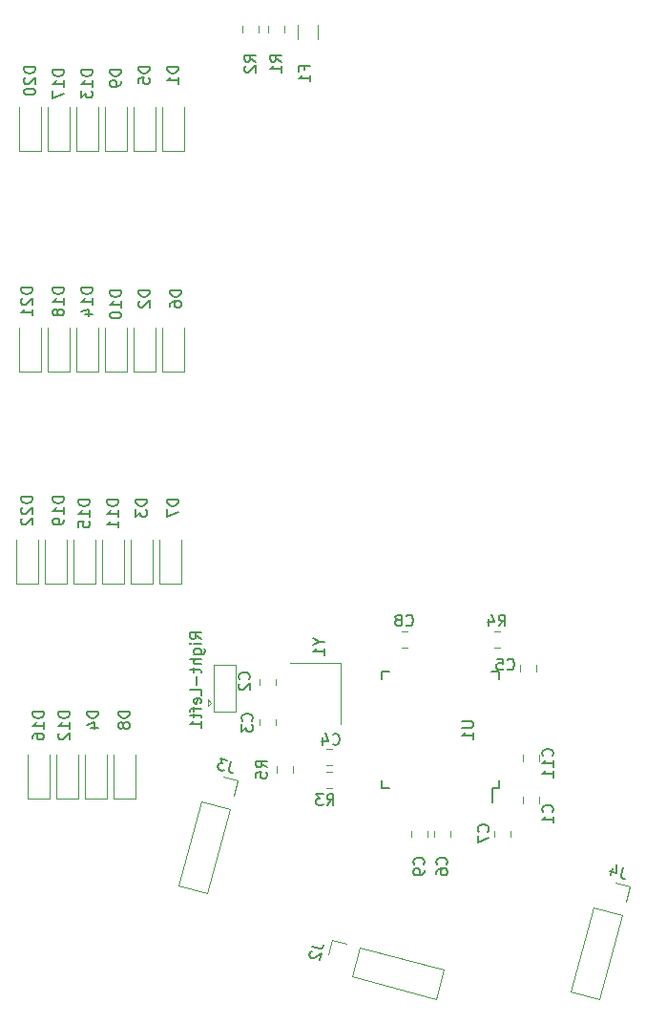
<source format=gbo>
G04 #@! TF.GenerationSoftware,KiCad,Pcbnew,(5.1.4)-1*
G04 #@! TF.CreationDate,2022-01-24T16:56:49-05:00*
G04 #@! TF.ProjectId,a44key-pcb-left-hand,6134346b-6579-42d7-9063-622d6c656674,rev?*
G04 #@! TF.SameCoordinates,Original*
G04 #@! TF.FileFunction,Legend,Bot*
G04 #@! TF.FilePolarity,Positive*
%FSLAX46Y46*%
G04 Gerber Fmt 4.6, Leading zero omitted, Abs format (unit mm)*
G04 Created by KiCad (PCBNEW (5.1.4)-1) date 2022-01-24 16:56:49*
%MOMM*%
%LPD*%
G04 APERTURE LIST*
%ADD10C,0.120000*%
%ADD11C,0.150000*%
%ADD12R,1.902000X2.202000*%
%ADD13C,1.402000*%
%ADD14O,0.602000X4.202000*%
%ADD15O,5.202000X0.602000*%
%ADD16O,5.202000X1.602000*%
%ADD17C,2.352000*%
%ADD18C,2.352000*%
%ADD19O,2.277000X1.852000*%
%ADD20C,4.089800*%
%ADD21C,2.102000*%
%ADD22R,1.602000X1.102000*%
%ADD23C,1.852000*%
%ADD24C,1.852000*%
%ADD25C,1.602000*%
%ADD26C,1.602000*%
%ADD27C,0.602000*%
%ADD28C,0.602000*%
%ADD29C,1.802000*%
%ADD30C,0.100000*%
%ADD31C,1.802000*%
%ADD32C,1.077000*%
%ADD33R,0.652000X1.602000*%
%ADD34R,1.602000X0.652000*%
%ADD35O,1.802000X2.802000*%
%ADD36R,1.302000X1.002000*%
%ADD37C,1.352000*%
%ADD38C,1.202000*%
%ADD39C,1.752000*%
%ADD40R,1.752000X1.752000*%
G04 APERTURE END LIST*
D10*
X161460000Y-112542000D02*
X165960000Y-112542000D01*
X165960000Y-112542000D02*
X165960000Y-117942000D01*
X154502000Y-116108000D02*
X154202000Y-115808000D01*
X154202000Y-116408000D02*
X154202000Y-115808000D01*
X154502000Y-116108000D02*
X154202000Y-116408000D01*
X154702000Y-116858000D02*
X156702000Y-116858000D01*
X154702000Y-112758000D02*
X154702000Y-116858000D01*
X156702000Y-112758000D02*
X154702000Y-112758000D01*
X156702000Y-116858000D02*
X156702000Y-112758000D01*
X188960251Y-142339265D02*
X186390888Y-141650807D01*
X190947981Y-134920955D02*
X188960251Y-142339265D01*
X188378618Y-134232496D02*
X186390888Y-141650807D01*
X190947981Y-134920955D02*
X188378618Y-134232496D01*
X191276681Y-133694229D02*
X191620911Y-132409548D01*
X191620911Y-132409548D02*
X190336229Y-132065319D01*
X160326000Y-121739922D02*
X160326000Y-122257078D01*
X161746000Y-121739922D02*
X161746000Y-122257078D01*
X182170000Y-120723922D02*
X182170000Y-121241078D01*
X183590000Y-120723922D02*
X183590000Y-121241078D01*
X172264000Y-127424922D02*
X172264000Y-127942078D01*
X173684000Y-127424922D02*
X173684000Y-127942078D01*
D11*
X180003000Y-123683000D02*
X179428000Y-123683000D01*
X180003000Y-113333000D02*
X179328000Y-113333000D01*
X169653000Y-113333000D02*
X170328000Y-113333000D01*
X169653000Y-123683000D02*
X170328000Y-123683000D01*
X180003000Y-123683000D02*
X180003000Y-123008000D01*
X169653000Y-123683000D02*
X169653000Y-123008000D01*
X169653000Y-113333000D02*
X169653000Y-114008000D01*
X180003000Y-113333000D02*
X180003000Y-114008000D01*
X179428000Y-123683000D02*
X179428000Y-124958000D01*
D10*
X171884078Y-109780000D02*
X171366922Y-109780000D01*
X171884078Y-111200000D02*
X171366922Y-111200000D01*
X154162251Y-132941265D02*
X151592888Y-132252807D01*
X156149981Y-125522955D02*
X154162251Y-132941265D01*
X153580618Y-124834496D02*
X151592888Y-132252807D01*
X156149981Y-125522955D02*
X153580618Y-124834496D01*
X156478681Y-124296229D02*
X156822911Y-123011548D01*
X156822911Y-123011548D02*
X155538229Y-122667319D01*
X175110910Y-139775548D02*
X174422452Y-142344911D01*
X167692600Y-137787818D02*
X175110910Y-139775548D01*
X167004141Y-140357181D02*
X174422452Y-142344911D01*
X167692600Y-137787818D02*
X167004141Y-140357181D01*
X166465874Y-137459118D02*
X165181193Y-137114888D01*
X165181193Y-137114888D02*
X164836964Y-138399570D01*
X158802000Y-113962922D02*
X158802000Y-114480078D01*
X160222000Y-113962922D02*
X160222000Y-114480078D01*
X180090578Y-109780000D02*
X179573422Y-109780000D01*
X180090578Y-111200000D02*
X179573422Y-111200000D01*
X145272000Y-124550000D02*
X143272000Y-124550000D01*
X143272000Y-124550000D02*
X143272000Y-120650000D01*
X145272000Y-124550000D02*
X145272000Y-120650000D01*
X151876000Y-105500000D02*
X149876000Y-105500000D01*
X149876000Y-105500000D02*
X149876000Y-101600000D01*
X151876000Y-105500000D02*
X151876000Y-101600000D01*
X149336000Y-105500000D02*
X147336000Y-105500000D01*
X147336000Y-105500000D02*
X147336000Y-101600000D01*
X149336000Y-105500000D02*
X149336000Y-101600000D01*
X147812000Y-124550000D02*
X145812000Y-124550000D01*
X145812000Y-124550000D02*
X145812000Y-120650000D01*
X147812000Y-124550000D02*
X147812000Y-120650000D01*
X142732000Y-124550000D02*
X140732000Y-124550000D01*
X140732000Y-124550000D02*
X140732000Y-120650000D01*
X142732000Y-124550000D02*
X142732000Y-120650000D01*
X141716000Y-105500000D02*
X139716000Y-105500000D01*
X139716000Y-105500000D02*
X139716000Y-101600000D01*
X141716000Y-105500000D02*
X141716000Y-101600000D01*
X139176000Y-105500000D02*
X137176000Y-105500000D01*
X137176000Y-105500000D02*
X137176000Y-101600000D01*
X139176000Y-105500000D02*
X139176000Y-101600000D01*
X140192000Y-124550000D02*
X138192000Y-124550000D01*
X138192000Y-124550000D02*
X138192000Y-120650000D01*
X140192000Y-124550000D02*
X140192000Y-120650000D01*
X182170000Y-124455422D02*
X182170000Y-124972578D01*
X183590000Y-124455422D02*
X183590000Y-124972578D01*
X165183078Y-120194000D02*
X164665922Y-120194000D01*
X165183078Y-121614000D02*
X164665922Y-121614000D01*
X183336000Y-113288578D02*
X183336000Y-112771422D01*
X181916000Y-113288578D02*
X181916000Y-112771422D01*
X179630000Y-127424922D02*
X179630000Y-127942078D01*
X181050000Y-127424922D02*
X181050000Y-127942078D01*
X160984000Y-56646578D02*
X160984000Y-56129422D01*
X159564000Y-56646578D02*
X159564000Y-56129422D01*
X158698000Y-56646578D02*
X158698000Y-56129422D01*
X157278000Y-56646578D02*
X157278000Y-56129422D01*
X164665922Y-123646000D02*
X165183078Y-123646000D01*
X164665922Y-122226000D02*
X165183078Y-122226000D01*
X163978000Y-57244064D02*
X163978000Y-56039936D01*
X162158000Y-57244064D02*
X162158000Y-56039936D01*
X174296000Y-127424922D02*
X174296000Y-127942078D01*
X175716000Y-127424922D02*
X175716000Y-127942078D01*
X160222000Y-118036078D02*
X160222000Y-117518922D01*
X158802000Y-118036078D02*
X158802000Y-117518922D01*
X139430000Y-86706000D02*
X137430000Y-86706000D01*
X137430000Y-86706000D02*
X137430000Y-82806000D01*
X139430000Y-86706000D02*
X139430000Y-82806000D01*
X139430000Y-67146000D02*
X137430000Y-67146000D01*
X137430000Y-67146000D02*
X137430000Y-63246000D01*
X139430000Y-67146000D02*
X139430000Y-63246000D01*
X141970000Y-86706000D02*
X139970000Y-86706000D01*
X139970000Y-86706000D02*
X139970000Y-82806000D01*
X141970000Y-86706000D02*
X141970000Y-82806000D01*
X141970000Y-67148000D02*
X139970000Y-67148000D01*
X139970000Y-67148000D02*
X139970000Y-63248000D01*
X141970000Y-67148000D02*
X141970000Y-63248000D01*
X144256000Y-105500000D02*
X142256000Y-105500000D01*
X142256000Y-105500000D02*
X142256000Y-101600000D01*
X144256000Y-105500000D02*
X144256000Y-101600000D01*
X144510000Y-86706000D02*
X142510000Y-86706000D01*
X142510000Y-86706000D02*
X142510000Y-82806000D01*
X144510000Y-86706000D02*
X144510000Y-82806000D01*
X144510000Y-67148000D02*
X142510000Y-67148000D01*
X142510000Y-67148000D02*
X142510000Y-63248000D01*
X144510000Y-67148000D02*
X144510000Y-63248000D01*
X146796000Y-105500000D02*
X144796000Y-105500000D01*
X144796000Y-105500000D02*
X144796000Y-101600000D01*
X146796000Y-105500000D02*
X146796000Y-101600000D01*
X147050000Y-86706000D02*
X145050000Y-86706000D01*
X145050000Y-86706000D02*
X145050000Y-82806000D01*
X147050000Y-86706000D02*
X147050000Y-82806000D01*
X147050000Y-67148000D02*
X145050000Y-67148000D01*
X145050000Y-67148000D02*
X145050000Y-63248000D01*
X147050000Y-67148000D02*
X147050000Y-63248000D01*
X152130000Y-86706000D02*
X150130000Y-86706000D01*
X150130000Y-86706000D02*
X150130000Y-82806000D01*
X152130000Y-86706000D02*
X152130000Y-82806000D01*
X149590000Y-67148000D02*
X147590000Y-67148000D01*
X147590000Y-67148000D02*
X147590000Y-63248000D01*
X149590000Y-67148000D02*
X149590000Y-63248000D01*
X149590000Y-86706000D02*
X147590000Y-86706000D01*
X147590000Y-86706000D02*
X147590000Y-82806000D01*
X149590000Y-86706000D02*
X149590000Y-82806000D01*
X152130000Y-67148000D02*
X150130000Y-67148000D01*
X150130000Y-67148000D02*
X150130000Y-63248000D01*
X152130000Y-67148000D02*
X152130000Y-63248000D01*
D11*
X164074190Y-110659809D02*
X164550380Y-110659809D01*
X163550380Y-110326476D02*
X164074190Y-110659809D01*
X163550380Y-110993142D01*
X164550380Y-111850285D02*
X164550380Y-111278857D01*
X164550380Y-111564571D02*
X163550380Y-111564571D01*
X163693238Y-111469333D01*
X163788476Y-111374095D01*
X163836095Y-111278857D01*
X153614380Y-110426952D02*
X153138190Y-110093619D01*
X153614380Y-109855523D02*
X152614380Y-109855523D01*
X152614380Y-110236476D01*
X152662000Y-110331714D01*
X152709619Y-110379333D01*
X152804857Y-110426952D01*
X152947714Y-110426952D01*
X153042952Y-110379333D01*
X153090571Y-110331714D01*
X153138190Y-110236476D01*
X153138190Y-109855523D01*
X153614380Y-110855523D02*
X152947714Y-110855523D01*
X152614380Y-110855523D02*
X152662000Y-110807904D01*
X152709619Y-110855523D01*
X152662000Y-110903142D01*
X152614380Y-110855523D01*
X152709619Y-110855523D01*
X152947714Y-111760285D02*
X153757238Y-111760285D01*
X153852476Y-111712666D01*
X153900095Y-111665047D01*
X153947714Y-111569809D01*
X153947714Y-111426952D01*
X153900095Y-111331714D01*
X153566761Y-111760285D02*
X153614380Y-111665047D01*
X153614380Y-111474571D01*
X153566761Y-111379333D01*
X153519142Y-111331714D01*
X153423904Y-111284095D01*
X153138190Y-111284095D01*
X153042952Y-111331714D01*
X152995333Y-111379333D01*
X152947714Y-111474571D01*
X152947714Y-111665047D01*
X152995333Y-111760285D01*
X153614380Y-112236476D02*
X152614380Y-112236476D01*
X153614380Y-112665047D02*
X153090571Y-112665047D01*
X152995333Y-112617428D01*
X152947714Y-112522190D01*
X152947714Y-112379333D01*
X152995333Y-112284095D01*
X153042952Y-112236476D01*
X152947714Y-112998380D02*
X152947714Y-113379333D01*
X152614380Y-113141238D02*
X153471523Y-113141238D01*
X153566761Y-113188857D01*
X153614380Y-113284095D01*
X153614380Y-113379333D01*
X153233428Y-113712666D02*
X153233428Y-114474571D01*
X153614380Y-115426952D02*
X153614380Y-114950761D01*
X152614380Y-114950761D01*
X153566761Y-116141238D02*
X153614380Y-116046000D01*
X153614380Y-115855523D01*
X153566761Y-115760285D01*
X153471523Y-115712666D01*
X153090571Y-115712666D01*
X152995333Y-115760285D01*
X152947714Y-115855523D01*
X152947714Y-116046000D01*
X152995333Y-116141238D01*
X153090571Y-116188857D01*
X153185809Y-116188857D01*
X153281047Y-115712666D01*
X152947714Y-116474571D02*
X152947714Y-116855523D01*
X153614380Y-116617428D02*
X152757238Y-116617428D01*
X152662000Y-116665047D01*
X152614380Y-116760285D01*
X152614380Y-116855523D01*
X152947714Y-117046000D02*
X152947714Y-117426952D01*
X152614380Y-117188857D02*
X153471523Y-117188857D01*
X153566761Y-117236476D01*
X153614380Y-117331714D01*
X153614380Y-117426952D01*
X153614380Y-118284095D02*
X153614380Y-117712666D01*
X153614380Y-117998380D02*
X152614380Y-117998380D01*
X152757238Y-117903142D01*
X152852476Y-117807904D01*
X152900095Y-117712666D01*
X191058757Y-130656706D02*
X190873886Y-131346653D01*
X190882909Y-131496967D01*
X190950252Y-131613610D01*
X191075917Y-131696580D01*
X191167910Y-131721230D01*
X190098551Y-130744512D02*
X189926005Y-131388462D01*
X190427131Y-130438164D02*
X190472243Y-131189734D01*
X189874289Y-131029513D01*
X159456380Y-121831833D02*
X158980190Y-121498500D01*
X159456380Y-121260404D02*
X158456380Y-121260404D01*
X158456380Y-121641357D01*
X158504000Y-121736595D01*
X158551619Y-121784214D01*
X158646857Y-121831833D01*
X158789714Y-121831833D01*
X158884952Y-121784214D01*
X158932571Y-121736595D01*
X158980190Y-121641357D01*
X158980190Y-121260404D01*
X158456380Y-122736595D02*
X158456380Y-122260404D01*
X158932571Y-122212785D01*
X158884952Y-122260404D01*
X158837333Y-122355642D01*
X158837333Y-122593738D01*
X158884952Y-122688976D01*
X158932571Y-122736595D01*
X159027809Y-122784214D01*
X159265904Y-122784214D01*
X159361142Y-122736595D01*
X159408761Y-122688976D01*
X159456380Y-122593738D01*
X159456380Y-122355642D01*
X159408761Y-122260404D01*
X159361142Y-122212785D01*
X184761142Y-120801142D02*
X184808761Y-120753523D01*
X184856380Y-120610666D01*
X184856380Y-120515428D01*
X184808761Y-120372571D01*
X184713523Y-120277333D01*
X184618285Y-120229714D01*
X184427809Y-120182095D01*
X184284952Y-120182095D01*
X184094476Y-120229714D01*
X183999238Y-120277333D01*
X183904000Y-120372571D01*
X183856380Y-120515428D01*
X183856380Y-120610666D01*
X183904000Y-120753523D01*
X183951619Y-120801142D01*
X184856380Y-121753523D02*
X184856380Y-121182095D01*
X184856380Y-121467809D02*
X183856380Y-121467809D01*
X183999238Y-121372571D01*
X184094476Y-121277333D01*
X184142095Y-121182095D01*
X184856380Y-122705904D02*
X184856380Y-122134476D01*
X184856380Y-122420190D02*
X183856380Y-122420190D01*
X183999238Y-122324952D01*
X184094476Y-122229714D01*
X184142095Y-122134476D01*
X173331142Y-130421333D02*
X173378761Y-130373714D01*
X173426380Y-130230857D01*
X173426380Y-130135619D01*
X173378761Y-129992761D01*
X173283523Y-129897523D01*
X173188285Y-129849904D01*
X172997809Y-129802285D01*
X172854952Y-129802285D01*
X172664476Y-129849904D01*
X172569238Y-129897523D01*
X172474000Y-129992761D01*
X172426380Y-130135619D01*
X172426380Y-130230857D01*
X172474000Y-130373714D01*
X172521619Y-130421333D01*
X173426380Y-130897523D02*
X173426380Y-131088000D01*
X173378761Y-131183238D01*
X173331142Y-131230857D01*
X173188285Y-131326095D01*
X172997809Y-131373714D01*
X172616857Y-131373714D01*
X172521619Y-131326095D01*
X172474000Y-131278476D01*
X172426380Y-131183238D01*
X172426380Y-130992761D01*
X172474000Y-130897523D01*
X172521619Y-130849904D01*
X172616857Y-130802285D01*
X172854952Y-130802285D01*
X172950190Y-130849904D01*
X172997809Y-130897523D01*
X173045428Y-130992761D01*
X173045428Y-131183238D01*
X172997809Y-131278476D01*
X172950190Y-131326095D01*
X172854952Y-131373714D01*
X176744380Y-117746095D02*
X177553904Y-117746095D01*
X177649142Y-117793714D01*
X177696761Y-117841333D01*
X177744380Y-117936571D01*
X177744380Y-118127047D01*
X177696761Y-118222285D01*
X177649142Y-118269904D01*
X177553904Y-118317523D01*
X176744380Y-118317523D01*
X177744380Y-119317523D02*
X177744380Y-118746095D01*
X177744380Y-119031809D02*
X176744380Y-119031809D01*
X176887238Y-118936571D01*
X176982476Y-118841333D01*
X177030095Y-118746095D01*
X171792166Y-109197142D02*
X171839785Y-109244761D01*
X171982642Y-109292380D01*
X172077880Y-109292380D01*
X172220738Y-109244761D01*
X172315976Y-109149523D01*
X172363595Y-109054285D01*
X172411214Y-108863809D01*
X172411214Y-108720952D01*
X172363595Y-108530476D01*
X172315976Y-108435238D01*
X172220738Y-108340000D01*
X172077880Y-108292380D01*
X171982642Y-108292380D01*
X171839785Y-108340000D01*
X171792166Y-108387619D01*
X171220738Y-108720952D02*
X171315976Y-108673333D01*
X171363595Y-108625714D01*
X171411214Y-108530476D01*
X171411214Y-108482857D01*
X171363595Y-108387619D01*
X171315976Y-108340000D01*
X171220738Y-108292380D01*
X171030261Y-108292380D01*
X170935023Y-108340000D01*
X170887404Y-108387619D01*
X170839785Y-108482857D01*
X170839785Y-108530476D01*
X170887404Y-108625714D01*
X170935023Y-108673333D01*
X171030261Y-108720952D01*
X171220738Y-108720952D01*
X171315976Y-108768571D01*
X171363595Y-108816190D01*
X171411214Y-108911428D01*
X171411214Y-109101904D01*
X171363595Y-109197142D01*
X171315976Y-109244761D01*
X171220738Y-109292380D01*
X171030261Y-109292380D01*
X170935023Y-109244761D01*
X170887404Y-109197142D01*
X170839785Y-109101904D01*
X170839785Y-108911428D01*
X170887404Y-108816190D01*
X170935023Y-108768571D01*
X171030261Y-108720952D01*
X156260757Y-121258706D02*
X156075886Y-121948653D01*
X156084909Y-122098967D01*
X156152252Y-122215610D01*
X156277917Y-122298580D01*
X156369910Y-122323230D01*
X155892785Y-121160108D02*
X155294831Y-120999887D01*
X155518209Y-121454132D01*
X155380219Y-121417158D01*
X155275902Y-121438505D01*
X155217580Y-121472176D01*
X155146935Y-121551845D01*
X155085311Y-121781827D01*
X155106658Y-121886145D01*
X155140330Y-121944466D01*
X155219998Y-122015112D01*
X155495977Y-122089060D01*
X155600294Y-122067713D01*
X155658616Y-122034041D01*
X163428351Y-137677041D02*
X164118298Y-137861912D01*
X164268612Y-137852889D01*
X164385255Y-137785546D01*
X164468225Y-137659881D01*
X164492875Y-137567888D01*
X163409422Y-138115659D02*
X163351100Y-138149330D01*
X163280455Y-138228999D01*
X163218831Y-138458981D01*
X163240178Y-138563299D01*
X163273850Y-138621620D01*
X163353518Y-138692266D01*
X163445511Y-138716915D01*
X163595825Y-138707893D01*
X164295679Y-138303832D01*
X164135458Y-138901786D01*
X157837142Y-114008333D02*
X157884761Y-113960714D01*
X157932380Y-113817857D01*
X157932380Y-113722619D01*
X157884761Y-113579761D01*
X157789523Y-113484523D01*
X157694285Y-113436904D01*
X157503809Y-113389285D01*
X157360952Y-113389285D01*
X157170476Y-113436904D01*
X157075238Y-113484523D01*
X156980000Y-113579761D01*
X156932380Y-113722619D01*
X156932380Y-113817857D01*
X156980000Y-113960714D01*
X157027619Y-114008333D01*
X157027619Y-114389285D02*
X156980000Y-114436904D01*
X156932380Y-114532142D01*
X156932380Y-114770238D01*
X156980000Y-114865476D01*
X157027619Y-114913095D01*
X157122857Y-114960714D01*
X157218095Y-114960714D01*
X157360952Y-114913095D01*
X157932380Y-114341666D01*
X157932380Y-114960714D01*
X179998666Y-109292380D02*
X180332000Y-108816190D01*
X180570095Y-109292380D02*
X180570095Y-108292380D01*
X180189142Y-108292380D01*
X180093904Y-108340000D01*
X180046285Y-108387619D01*
X179998666Y-108482857D01*
X179998666Y-108625714D01*
X180046285Y-108720952D01*
X180093904Y-108768571D01*
X180189142Y-108816190D01*
X180570095Y-108816190D01*
X179141523Y-108625714D02*
X179141523Y-109292380D01*
X179379619Y-108244761D02*
X179617714Y-108959047D01*
X178998666Y-108959047D01*
X144470380Y-116861904D02*
X143470380Y-116861904D01*
X143470380Y-117100000D01*
X143518000Y-117242857D01*
X143613238Y-117338095D01*
X143708476Y-117385714D01*
X143898952Y-117433333D01*
X144041809Y-117433333D01*
X144232285Y-117385714D01*
X144327523Y-117338095D01*
X144422761Y-117242857D01*
X144470380Y-117100000D01*
X144470380Y-116861904D01*
X143803714Y-118290476D02*
X144470380Y-118290476D01*
X143422761Y-118052380D02*
X144137047Y-117814285D01*
X144137047Y-118433333D01*
X151582380Y-98067904D02*
X150582380Y-98067904D01*
X150582380Y-98306000D01*
X150630000Y-98448857D01*
X150725238Y-98544095D01*
X150820476Y-98591714D01*
X151010952Y-98639333D01*
X151153809Y-98639333D01*
X151344285Y-98591714D01*
X151439523Y-98544095D01*
X151534761Y-98448857D01*
X151582380Y-98306000D01*
X151582380Y-98067904D01*
X150582380Y-98972666D02*
X150582380Y-99639333D01*
X151582380Y-99210761D01*
X148788380Y-98067904D02*
X147788380Y-98067904D01*
X147788380Y-98306000D01*
X147836000Y-98448857D01*
X147931238Y-98544095D01*
X148026476Y-98591714D01*
X148216952Y-98639333D01*
X148359809Y-98639333D01*
X148550285Y-98591714D01*
X148645523Y-98544095D01*
X148740761Y-98448857D01*
X148788380Y-98306000D01*
X148788380Y-98067904D01*
X147788380Y-98972666D02*
X147788380Y-99591714D01*
X148169333Y-99258380D01*
X148169333Y-99401238D01*
X148216952Y-99496476D01*
X148264571Y-99544095D01*
X148359809Y-99591714D01*
X148597904Y-99591714D01*
X148693142Y-99544095D01*
X148740761Y-99496476D01*
X148788380Y-99401238D01*
X148788380Y-99115523D01*
X148740761Y-99020285D01*
X148693142Y-98972666D01*
X147264380Y-116861904D02*
X146264380Y-116861904D01*
X146264380Y-117100000D01*
X146312000Y-117242857D01*
X146407238Y-117338095D01*
X146502476Y-117385714D01*
X146692952Y-117433333D01*
X146835809Y-117433333D01*
X147026285Y-117385714D01*
X147121523Y-117338095D01*
X147216761Y-117242857D01*
X147264380Y-117100000D01*
X147264380Y-116861904D01*
X146692952Y-118004761D02*
X146645333Y-117909523D01*
X146597714Y-117861904D01*
X146502476Y-117814285D01*
X146454857Y-117814285D01*
X146359619Y-117861904D01*
X146312000Y-117909523D01*
X146264380Y-118004761D01*
X146264380Y-118195238D01*
X146312000Y-118290476D01*
X146359619Y-118338095D01*
X146454857Y-118385714D01*
X146502476Y-118385714D01*
X146597714Y-118338095D01*
X146645333Y-118290476D01*
X146692952Y-118195238D01*
X146692952Y-118004761D01*
X146740571Y-117909523D01*
X146788190Y-117861904D01*
X146883428Y-117814285D01*
X147073904Y-117814285D01*
X147169142Y-117861904D01*
X147216761Y-117909523D01*
X147264380Y-118004761D01*
X147264380Y-118195238D01*
X147216761Y-118290476D01*
X147169142Y-118338095D01*
X147073904Y-118385714D01*
X146883428Y-118385714D01*
X146788190Y-118338095D01*
X146740571Y-118290476D01*
X146692952Y-118195238D01*
X141930380Y-116893714D02*
X140930380Y-116893714D01*
X140930380Y-117131809D01*
X140978000Y-117274666D01*
X141073238Y-117369904D01*
X141168476Y-117417523D01*
X141358952Y-117465142D01*
X141501809Y-117465142D01*
X141692285Y-117417523D01*
X141787523Y-117369904D01*
X141882761Y-117274666D01*
X141930380Y-117131809D01*
X141930380Y-116893714D01*
X141930380Y-118417523D02*
X141930380Y-117846095D01*
X141930380Y-118131809D02*
X140930380Y-118131809D01*
X141073238Y-118036571D01*
X141168476Y-117941333D01*
X141216095Y-117846095D01*
X141025619Y-118798476D02*
X140978000Y-118846095D01*
X140930380Y-118941333D01*
X140930380Y-119179428D01*
X140978000Y-119274666D01*
X141025619Y-119322285D01*
X141120857Y-119369904D01*
X141216095Y-119369904D01*
X141358952Y-119322285D01*
X141930380Y-118750857D01*
X141930380Y-119369904D01*
X141422380Y-97845714D02*
X140422380Y-97845714D01*
X140422380Y-98083809D01*
X140470000Y-98226666D01*
X140565238Y-98321904D01*
X140660476Y-98369523D01*
X140850952Y-98417142D01*
X140993809Y-98417142D01*
X141184285Y-98369523D01*
X141279523Y-98321904D01*
X141374761Y-98226666D01*
X141422380Y-98083809D01*
X141422380Y-97845714D01*
X141422380Y-99369523D02*
X141422380Y-98798095D01*
X141422380Y-99083809D02*
X140422380Y-99083809D01*
X140565238Y-98988571D01*
X140660476Y-98893333D01*
X140708095Y-98798095D01*
X141422380Y-99845714D02*
X141422380Y-100036190D01*
X141374761Y-100131428D01*
X141327142Y-100179047D01*
X141184285Y-100274285D01*
X140993809Y-100321904D01*
X140612857Y-100321904D01*
X140517619Y-100274285D01*
X140470000Y-100226666D01*
X140422380Y-100131428D01*
X140422380Y-99940952D01*
X140470000Y-99845714D01*
X140517619Y-99798095D01*
X140612857Y-99750476D01*
X140850952Y-99750476D01*
X140946190Y-99798095D01*
X140993809Y-99845714D01*
X141041428Y-99940952D01*
X141041428Y-100131428D01*
X140993809Y-100226666D01*
X140946190Y-100274285D01*
X140850952Y-100321904D01*
X138628380Y-97845714D02*
X137628380Y-97845714D01*
X137628380Y-98083809D01*
X137676000Y-98226666D01*
X137771238Y-98321904D01*
X137866476Y-98369523D01*
X138056952Y-98417142D01*
X138199809Y-98417142D01*
X138390285Y-98369523D01*
X138485523Y-98321904D01*
X138580761Y-98226666D01*
X138628380Y-98083809D01*
X138628380Y-97845714D01*
X137723619Y-98798095D02*
X137676000Y-98845714D01*
X137628380Y-98940952D01*
X137628380Y-99179047D01*
X137676000Y-99274285D01*
X137723619Y-99321904D01*
X137818857Y-99369523D01*
X137914095Y-99369523D01*
X138056952Y-99321904D01*
X138628380Y-98750476D01*
X138628380Y-99369523D01*
X137723619Y-99750476D02*
X137676000Y-99798095D01*
X137628380Y-99893333D01*
X137628380Y-100131428D01*
X137676000Y-100226666D01*
X137723619Y-100274285D01*
X137818857Y-100321904D01*
X137914095Y-100321904D01*
X138056952Y-100274285D01*
X138628380Y-99702857D01*
X138628380Y-100321904D01*
X139644380Y-116895714D02*
X138644380Y-116895714D01*
X138644380Y-117133809D01*
X138692000Y-117276666D01*
X138787238Y-117371904D01*
X138882476Y-117419523D01*
X139072952Y-117467142D01*
X139215809Y-117467142D01*
X139406285Y-117419523D01*
X139501523Y-117371904D01*
X139596761Y-117276666D01*
X139644380Y-117133809D01*
X139644380Y-116895714D01*
X139644380Y-118419523D02*
X139644380Y-117848095D01*
X139644380Y-118133809D02*
X138644380Y-118133809D01*
X138787238Y-118038571D01*
X138882476Y-117943333D01*
X138930095Y-117848095D01*
X138644380Y-119276666D02*
X138644380Y-119086190D01*
X138692000Y-118990952D01*
X138739619Y-118943333D01*
X138882476Y-118848095D01*
X139072952Y-118800476D01*
X139453904Y-118800476D01*
X139549142Y-118848095D01*
X139596761Y-118895714D01*
X139644380Y-118990952D01*
X139644380Y-119181428D01*
X139596761Y-119276666D01*
X139549142Y-119324285D01*
X139453904Y-119371904D01*
X139215809Y-119371904D01*
X139120571Y-119324285D01*
X139072952Y-119276666D01*
X139025333Y-119181428D01*
X139025333Y-118990952D01*
X139072952Y-118895714D01*
X139120571Y-118848095D01*
X139215809Y-118800476D01*
X184761142Y-125770833D02*
X184808761Y-125723214D01*
X184856380Y-125580357D01*
X184856380Y-125485119D01*
X184808761Y-125342261D01*
X184713523Y-125247023D01*
X184618285Y-125199404D01*
X184427809Y-125151785D01*
X184284952Y-125151785D01*
X184094476Y-125199404D01*
X183999238Y-125247023D01*
X183904000Y-125342261D01*
X183856380Y-125485119D01*
X183856380Y-125580357D01*
X183904000Y-125723214D01*
X183951619Y-125770833D01*
X184856380Y-126723214D02*
X184856380Y-126151785D01*
X184856380Y-126437500D02*
X183856380Y-126437500D01*
X183999238Y-126342261D01*
X184094476Y-126247023D01*
X184142095Y-126151785D01*
X165266666Y-119737142D02*
X165314285Y-119784761D01*
X165457142Y-119832380D01*
X165552380Y-119832380D01*
X165695238Y-119784761D01*
X165790476Y-119689523D01*
X165838095Y-119594285D01*
X165885714Y-119403809D01*
X165885714Y-119260952D01*
X165838095Y-119070476D01*
X165790476Y-118975238D01*
X165695238Y-118880000D01*
X165552380Y-118832380D01*
X165457142Y-118832380D01*
X165314285Y-118880000D01*
X165266666Y-118927619D01*
X164409523Y-119165714D02*
X164409523Y-119832380D01*
X164647619Y-118784761D02*
X164885714Y-119499047D01*
X164266666Y-119499047D01*
X180760666Y-113101142D02*
X180808285Y-113148761D01*
X180951142Y-113196380D01*
X181046380Y-113196380D01*
X181189238Y-113148761D01*
X181284476Y-113053523D01*
X181332095Y-112958285D01*
X181379714Y-112767809D01*
X181379714Y-112624952D01*
X181332095Y-112434476D01*
X181284476Y-112339238D01*
X181189238Y-112244000D01*
X181046380Y-112196380D01*
X180951142Y-112196380D01*
X180808285Y-112244000D01*
X180760666Y-112291619D01*
X179855904Y-112196380D02*
X180332095Y-112196380D01*
X180379714Y-112672571D01*
X180332095Y-112624952D01*
X180236857Y-112577333D01*
X179998761Y-112577333D01*
X179903523Y-112624952D01*
X179855904Y-112672571D01*
X179808285Y-112767809D01*
X179808285Y-113005904D01*
X179855904Y-113101142D01*
X179903523Y-113148761D01*
X179998761Y-113196380D01*
X180236857Y-113196380D01*
X180332095Y-113148761D01*
X180379714Y-113101142D01*
X179047142Y-127516833D02*
X179094761Y-127469214D01*
X179142380Y-127326357D01*
X179142380Y-127231119D01*
X179094761Y-127088261D01*
X178999523Y-126993023D01*
X178904285Y-126945404D01*
X178713809Y-126897785D01*
X178570952Y-126897785D01*
X178380476Y-126945404D01*
X178285238Y-126993023D01*
X178190000Y-127088261D01*
X178142380Y-127231119D01*
X178142380Y-127326357D01*
X178190000Y-127469214D01*
X178237619Y-127516833D01*
X178142380Y-127850166D02*
X178142380Y-128516833D01*
X179142380Y-128088261D01*
X160726380Y-59269333D02*
X160250190Y-58936000D01*
X160726380Y-58697904D02*
X159726380Y-58697904D01*
X159726380Y-59078857D01*
X159774000Y-59174095D01*
X159821619Y-59221714D01*
X159916857Y-59269333D01*
X160059714Y-59269333D01*
X160154952Y-59221714D01*
X160202571Y-59174095D01*
X160250190Y-59078857D01*
X160250190Y-58697904D01*
X160726380Y-60221714D02*
X160726380Y-59650285D01*
X160726380Y-59936000D02*
X159726380Y-59936000D01*
X159869238Y-59840761D01*
X159964476Y-59745523D01*
X160012095Y-59650285D01*
X158440380Y-59269333D02*
X157964190Y-58936000D01*
X158440380Y-58697904D02*
X157440380Y-58697904D01*
X157440380Y-59078857D01*
X157488000Y-59174095D01*
X157535619Y-59221714D01*
X157630857Y-59269333D01*
X157773714Y-59269333D01*
X157868952Y-59221714D01*
X157916571Y-59174095D01*
X157964190Y-59078857D01*
X157964190Y-58697904D01*
X157535619Y-59650285D02*
X157488000Y-59697904D01*
X157440380Y-59793142D01*
X157440380Y-60031238D01*
X157488000Y-60126476D01*
X157535619Y-60174095D01*
X157630857Y-60221714D01*
X157726095Y-60221714D01*
X157868952Y-60174095D01*
X158440380Y-59602666D01*
X158440380Y-60221714D01*
X164758666Y-125166380D02*
X165092000Y-124690190D01*
X165330095Y-125166380D02*
X165330095Y-124166380D01*
X164949142Y-124166380D01*
X164853904Y-124214000D01*
X164806285Y-124261619D01*
X164758666Y-124356857D01*
X164758666Y-124499714D01*
X164806285Y-124594952D01*
X164853904Y-124642571D01*
X164949142Y-124690190D01*
X165330095Y-124690190D01*
X164425333Y-124166380D02*
X163806285Y-124166380D01*
X164139619Y-124547333D01*
X163996761Y-124547333D01*
X163901523Y-124594952D01*
X163853904Y-124642571D01*
X163806285Y-124737809D01*
X163806285Y-124975904D01*
X163853904Y-125071142D01*
X163901523Y-125118761D01*
X163996761Y-125166380D01*
X164282476Y-125166380D01*
X164377714Y-125118761D01*
X164425333Y-125071142D01*
X162742571Y-59994666D02*
X162742571Y-59661333D01*
X163266380Y-59661333D02*
X162266380Y-59661333D01*
X162266380Y-60137523D01*
X163266380Y-61042285D02*
X163266380Y-60470857D01*
X163266380Y-60756571D02*
X162266380Y-60756571D01*
X162409238Y-60661333D01*
X162504476Y-60566095D01*
X162552095Y-60470857D01*
X175363142Y-130421333D02*
X175410761Y-130373714D01*
X175458380Y-130230857D01*
X175458380Y-130135619D01*
X175410761Y-129992761D01*
X175315523Y-129897523D01*
X175220285Y-129849904D01*
X175029809Y-129802285D01*
X174886952Y-129802285D01*
X174696476Y-129849904D01*
X174601238Y-129897523D01*
X174506000Y-129992761D01*
X174458380Y-130135619D01*
X174458380Y-130230857D01*
X174506000Y-130373714D01*
X174553619Y-130421333D01*
X174458380Y-131278476D02*
X174458380Y-131088000D01*
X174506000Y-130992761D01*
X174553619Y-130945142D01*
X174696476Y-130849904D01*
X174886952Y-130802285D01*
X175267904Y-130802285D01*
X175363142Y-130849904D01*
X175410761Y-130897523D01*
X175458380Y-130992761D01*
X175458380Y-131183238D01*
X175410761Y-131278476D01*
X175363142Y-131326095D01*
X175267904Y-131373714D01*
X175029809Y-131373714D01*
X174934571Y-131326095D01*
X174886952Y-131278476D01*
X174839333Y-131183238D01*
X174839333Y-130992761D01*
X174886952Y-130897523D01*
X174934571Y-130849904D01*
X175029809Y-130802285D01*
X158091142Y-117689333D02*
X158138761Y-117641714D01*
X158186380Y-117498857D01*
X158186380Y-117403619D01*
X158138761Y-117260761D01*
X158043523Y-117165523D01*
X157948285Y-117117904D01*
X157757809Y-117070285D01*
X157614952Y-117070285D01*
X157424476Y-117117904D01*
X157329238Y-117165523D01*
X157234000Y-117260761D01*
X157186380Y-117403619D01*
X157186380Y-117498857D01*
X157234000Y-117641714D01*
X157281619Y-117689333D01*
X157186380Y-118022666D02*
X157186380Y-118641714D01*
X157567333Y-118308380D01*
X157567333Y-118451238D01*
X157614952Y-118546476D01*
X157662571Y-118594095D01*
X157757809Y-118641714D01*
X157995904Y-118641714D01*
X158091142Y-118594095D01*
X158138761Y-118546476D01*
X158186380Y-118451238D01*
X158186380Y-118165523D01*
X158138761Y-118070285D01*
X158091142Y-118022666D01*
X138628380Y-79303714D02*
X137628380Y-79303714D01*
X137628380Y-79541809D01*
X137676000Y-79684666D01*
X137771238Y-79779904D01*
X137866476Y-79827523D01*
X138056952Y-79875142D01*
X138199809Y-79875142D01*
X138390285Y-79827523D01*
X138485523Y-79779904D01*
X138580761Y-79684666D01*
X138628380Y-79541809D01*
X138628380Y-79303714D01*
X137723619Y-80256095D02*
X137676000Y-80303714D01*
X137628380Y-80398952D01*
X137628380Y-80637047D01*
X137676000Y-80732285D01*
X137723619Y-80779904D01*
X137818857Y-80827523D01*
X137914095Y-80827523D01*
X138056952Y-80779904D01*
X138628380Y-80208476D01*
X138628380Y-80827523D01*
X138628380Y-81779904D02*
X138628380Y-81208476D01*
X138628380Y-81494190D02*
X137628380Y-81494190D01*
X137771238Y-81398952D01*
X137866476Y-81303714D01*
X137914095Y-81208476D01*
X138882380Y-59745714D02*
X137882380Y-59745714D01*
X137882380Y-59983809D01*
X137930000Y-60126666D01*
X138025238Y-60221904D01*
X138120476Y-60269523D01*
X138310952Y-60317142D01*
X138453809Y-60317142D01*
X138644285Y-60269523D01*
X138739523Y-60221904D01*
X138834761Y-60126666D01*
X138882380Y-59983809D01*
X138882380Y-59745714D01*
X137977619Y-60698095D02*
X137930000Y-60745714D01*
X137882380Y-60840952D01*
X137882380Y-61079047D01*
X137930000Y-61174285D01*
X137977619Y-61221904D01*
X138072857Y-61269523D01*
X138168095Y-61269523D01*
X138310952Y-61221904D01*
X138882380Y-60650476D01*
X138882380Y-61269523D01*
X137882380Y-61888571D02*
X137882380Y-61983809D01*
X137930000Y-62079047D01*
X137977619Y-62126666D01*
X138072857Y-62174285D01*
X138263333Y-62221904D01*
X138501428Y-62221904D01*
X138691904Y-62174285D01*
X138787142Y-62126666D01*
X138834761Y-62079047D01*
X138882380Y-61983809D01*
X138882380Y-61888571D01*
X138834761Y-61793333D01*
X138787142Y-61745714D01*
X138691904Y-61698095D01*
X138501428Y-61650476D01*
X138263333Y-61650476D01*
X138072857Y-61698095D01*
X137977619Y-61745714D01*
X137930000Y-61793333D01*
X137882380Y-61888571D01*
X141422380Y-79303714D02*
X140422380Y-79303714D01*
X140422380Y-79541809D01*
X140470000Y-79684666D01*
X140565238Y-79779904D01*
X140660476Y-79827523D01*
X140850952Y-79875142D01*
X140993809Y-79875142D01*
X141184285Y-79827523D01*
X141279523Y-79779904D01*
X141374761Y-79684666D01*
X141422380Y-79541809D01*
X141422380Y-79303714D01*
X141422380Y-80827523D02*
X141422380Y-80256095D01*
X141422380Y-80541809D02*
X140422380Y-80541809D01*
X140565238Y-80446571D01*
X140660476Y-80351333D01*
X140708095Y-80256095D01*
X140850952Y-81398952D02*
X140803333Y-81303714D01*
X140755714Y-81256095D01*
X140660476Y-81208476D01*
X140612857Y-81208476D01*
X140517619Y-81256095D01*
X140470000Y-81303714D01*
X140422380Y-81398952D01*
X140422380Y-81589428D01*
X140470000Y-81684666D01*
X140517619Y-81732285D01*
X140612857Y-81779904D01*
X140660476Y-81779904D01*
X140755714Y-81732285D01*
X140803333Y-81684666D01*
X140850952Y-81589428D01*
X140850952Y-81398952D01*
X140898571Y-81303714D01*
X140946190Y-81256095D01*
X141041428Y-81208476D01*
X141231904Y-81208476D01*
X141327142Y-81256095D01*
X141374761Y-81303714D01*
X141422380Y-81398952D01*
X141422380Y-81589428D01*
X141374761Y-81684666D01*
X141327142Y-81732285D01*
X141231904Y-81779904D01*
X141041428Y-81779904D01*
X140946190Y-81732285D01*
X140898571Y-81684666D01*
X140850952Y-81589428D01*
X141422380Y-59999714D02*
X140422380Y-59999714D01*
X140422380Y-60237809D01*
X140470000Y-60380666D01*
X140565238Y-60475904D01*
X140660476Y-60523523D01*
X140850952Y-60571142D01*
X140993809Y-60571142D01*
X141184285Y-60523523D01*
X141279523Y-60475904D01*
X141374761Y-60380666D01*
X141422380Y-60237809D01*
X141422380Y-59999714D01*
X141422380Y-61523523D02*
X141422380Y-60952095D01*
X141422380Y-61237809D02*
X140422380Y-61237809D01*
X140565238Y-61142571D01*
X140660476Y-61047333D01*
X140708095Y-60952095D01*
X140422380Y-61856857D02*
X140422380Y-62523523D01*
X141422380Y-62094952D01*
X143708380Y-98099714D02*
X142708380Y-98099714D01*
X142708380Y-98337809D01*
X142756000Y-98480666D01*
X142851238Y-98575904D01*
X142946476Y-98623523D01*
X143136952Y-98671142D01*
X143279809Y-98671142D01*
X143470285Y-98623523D01*
X143565523Y-98575904D01*
X143660761Y-98480666D01*
X143708380Y-98337809D01*
X143708380Y-98099714D01*
X143708380Y-99623523D02*
X143708380Y-99052095D01*
X143708380Y-99337809D02*
X142708380Y-99337809D01*
X142851238Y-99242571D01*
X142946476Y-99147333D01*
X142994095Y-99052095D01*
X142708380Y-100528285D02*
X142708380Y-100052095D01*
X143184571Y-100004476D01*
X143136952Y-100052095D01*
X143089333Y-100147333D01*
X143089333Y-100385428D01*
X143136952Y-100480666D01*
X143184571Y-100528285D01*
X143279809Y-100575904D01*
X143517904Y-100575904D01*
X143613142Y-100528285D01*
X143660761Y-100480666D01*
X143708380Y-100385428D01*
X143708380Y-100147333D01*
X143660761Y-100052095D01*
X143613142Y-100004476D01*
X143962380Y-79303714D02*
X142962380Y-79303714D01*
X142962380Y-79541809D01*
X143010000Y-79684666D01*
X143105238Y-79779904D01*
X143200476Y-79827523D01*
X143390952Y-79875142D01*
X143533809Y-79875142D01*
X143724285Y-79827523D01*
X143819523Y-79779904D01*
X143914761Y-79684666D01*
X143962380Y-79541809D01*
X143962380Y-79303714D01*
X143962380Y-80827523D02*
X143962380Y-80256095D01*
X143962380Y-80541809D02*
X142962380Y-80541809D01*
X143105238Y-80446571D01*
X143200476Y-80351333D01*
X143248095Y-80256095D01*
X143295714Y-81684666D02*
X143962380Y-81684666D01*
X142914761Y-81446571D02*
X143629047Y-81208476D01*
X143629047Y-81827523D01*
X143962380Y-59999714D02*
X142962380Y-59999714D01*
X142962380Y-60237809D01*
X143010000Y-60380666D01*
X143105238Y-60475904D01*
X143200476Y-60523523D01*
X143390952Y-60571142D01*
X143533809Y-60571142D01*
X143724285Y-60523523D01*
X143819523Y-60475904D01*
X143914761Y-60380666D01*
X143962380Y-60237809D01*
X143962380Y-59999714D01*
X143962380Y-61523523D02*
X143962380Y-60952095D01*
X143962380Y-61237809D02*
X142962380Y-61237809D01*
X143105238Y-61142571D01*
X143200476Y-61047333D01*
X143248095Y-60952095D01*
X142962380Y-61856857D02*
X142962380Y-62475904D01*
X143343333Y-62142571D01*
X143343333Y-62285428D01*
X143390952Y-62380666D01*
X143438571Y-62428285D01*
X143533809Y-62475904D01*
X143771904Y-62475904D01*
X143867142Y-62428285D01*
X143914761Y-62380666D01*
X143962380Y-62285428D01*
X143962380Y-61999714D01*
X143914761Y-61904476D01*
X143867142Y-61856857D01*
X146248380Y-98099714D02*
X145248380Y-98099714D01*
X145248380Y-98337809D01*
X145296000Y-98480666D01*
X145391238Y-98575904D01*
X145486476Y-98623523D01*
X145676952Y-98671142D01*
X145819809Y-98671142D01*
X146010285Y-98623523D01*
X146105523Y-98575904D01*
X146200761Y-98480666D01*
X146248380Y-98337809D01*
X146248380Y-98099714D01*
X146248380Y-99623523D02*
X146248380Y-99052095D01*
X146248380Y-99337809D02*
X145248380Y-99337809D01*
X145391238Y-99242571D01*
X145486476Y-99147333D01*
X145534095Y-99052095D01*
X146248380Y-100575904D02*
X146248380Y-100004476D01*
X146248380Y-100290190D02*
X145248380Y-100290190D01*
X145391238Y-100194952D01*
X145486476Y-100099714D01*
X145534095Y-100004476D01*
X146502380Y-79557714D02*
X145502380Y-79557714D01*
X145502380Y-79795809D01*
X145550000Y-79938666D01*
X145645238Y-80033904D01*
X145740476Y-80081523D01*
X145930952Y-80129142D01*
X146073809Y-80129142D01*
X146264285Y-80081523D01*
X146359523Y-80033904D01*
X146454761Y-79938666D01*
X146502380Y-79795809D01*
X146502380Y-79557714D01*
X146502380Y-81081523D02*
X146502380Y-80510095D01*
X146502380Y-80795809D02*
X145502380Y-80795809D01*
X145645238Y-80700571D01*
X145740476Y-80605333D01*
X145788095Y-80510095D01*
X145502380Y-81700571D02*
X145502380Y-81795809D01*
X145550000Y-81891047D01*
X145597619Y-81938666D01*
X145692857Y-81986285D01*
X145883333Y-82033904D01*
X146121428Y-82033904D01*
X146311904Y-81986285D01*
X146407142Y-81938666D01*
X146454761Y-81891047D01*
X146502380Y-81795809D01*
X146502380Y-81700571D01*
X146454761Y-81605333D01*
X146407142Y-81557714D01*
X146311904Y-81510095D01*
X146121428Y-81462476D01*
X145883333Y-81462476D01*
X145692857Y-81510095D01*
X145597619Y-81557714D01*
X145550000Y-81605333D01*
X145502380Y-81700571D01*
X146502380Y-59967904D02*
X145502380Y-59967904D01*
X145502380Y-60206000D01*
X145550000Y-60348857D01*
X145645238Y-60444095D01*
X145740476Y-60491714D01*
X145930952Y-60539333D01*
X146073809Y-60539333D01*
X146264285Y-60491714D01*
X146359523Y-60444095D01*
X146454761Y-60348857D01*
X146502380Y-60206000D01*
X146502380Y-59967904D01*
X146502380Y-61015523D02*
X146502380Y-61206000D01*
X146454761Y-61301238D01*
X146407142Y-61348857D01*
X146264285Y-61444095D01*
X146073809Y-61491714D01*
X145692857Y-61491714D01*
X145597619Y-61444095D01*
X145550000Y-61396476D01*
X145502380Y-61301238D01*
X145502380Y-61110761D01*
X145550000Y-61015523D01*
X145597619Y-60967904D01*
X145692857Y-60920285D01*
X145930952Y-60920285D01*
X146026190Y-60967904D01*
X146073809Y-61015523D01*
X146121428Y-61110761D01*
X146121428Y-61301238D01*
X146073809Y-61396476D01*
X146026190Y-61444095D01*
X145930952Y-61491714D01*
X151836380Y-79525904D02*
X150836380Y-79525904D01*
X150836380Y-79764000D01*
X150884000Y-79906857D01*
X150979238Y-80002095D01*
X151074476Y-80049714D01*
X151264952Y-80097333D01*
X151407809Y-80097333D01*
X151598285Y-80049714D01*
X151693523Y-80002095D01*
X151788761Y-79906857D01*
X151836380Y-79764000D01*
X151836380Y-79525904D01*
X150836380Y-80954476D02*
X150836380Y-80764000D01*
X150884000Y-80668761D01*
X150931619Y-80621142D01*
X151074476Y-80525904D01*
X151264952Y-80478285D01*
X151645904Y-80478285D01*
X151741142Y-80525904D01*
X151788761Y-80573523D01*
X151836380Y-80668761D01*
X151836380Y-80859238D01*
X151788761Y-80954476D01*
X151741142Y-81002095D01*
X151645904Y-81049714D01*
X151407809Y-81049714D01*
X151312571Y-81002095D01*
X151264952Y-80954476D01*
X151217333Y-80859238D01*
X151217333Y-80668761D01*
X151264952Y-80573523D01*
X151312571Y-80525904D01*
X151407809Y-80478285D01*
X149042380Y-59713904D02*
X148042380Y-59713904D01*
X148042380Y-59952000D01*
X148090000Y-60094857D01*
X148185238Y-60190095D01*
X148280476Y-60237714D01*
X148470952Y-60285333D01*
X148613809Y-60285333D01*
X148804285Y-60237714D01*
X148899523Y-60190095D01*
X148994761Y-60094857D01*
X149042380Y-59952000D01*
X149042380Y-59713904D01*
X148042380Y-61190095D02*
X148042380Y-60713904D01*
X148518571Y-60666285D01*
X148470952Y-60713904D01*
X148423333Y-60809142D01*
X148423333Y-61047238D01*
X148470952Y-61142476D01*
X148518571Y-61190095D01*
X148613809Y-61237714D01*
X148851904Y-61237714D01*
X148947142Y-61190095D01*
X148994761Y-61142476D01*
X149042380Y-61047238D01*
X149042380Y-60809142D01*
X148994761Y-60713904D01*
X148947142Y-60666285D01*
X149042380Y-79525904D02*
X148042380Y-79525904D01*
X148042380Y-79764000D01*
X148090000Y-79906857D01*
X148185238Y-80002095D01*
X148280476Y-80049714D01*
X148470952Y-80097333D01*
X148613809Y-80097333D01*
X148804285Y-80049714D01*
X148899523Y-80002095D01*
X148994761Y-79906857D01*
X149042380Y-79764000D01*
X149042380Y-79525904D01*
X148137619Y-80478285D02*
X148090000Y-80525904D01*
X148042380Y-80621142D01*
X148042380Y-80859238D01*
X148090000Y-80954476D01*
X148137619Y-81002095D01*
X148232857Y-81049714D01*
X148328095Y-81049714D01*
X148470952Y-81002095D01*
X149042380Y-80430666D01*
X149042380Y-81049714D01*
X151582380Y-59713904D02*
X150582380Y-59713904D01*
X150582380Y-59952000D01*
X150630000Y-60094857D01*
X150725238Y-60190095D01*
X150820476Y-60237714D01*
X151010952Y-60285333D01*
X151153809Y-60285333D01*
X151344285Y-60237714D01*
X151439523Y-60190095D01*
X151534761Y-60094857D01*
X151582380Y-59952000D01*
X151582380Y-59713904D01*
X151582380Y-61237714D02*
X151582380Y-60666285D01*
X151582380Y-60952000D02*
X150582380Y-60952000D01*
X150725238Y-60856761D01*
X150820476Y-60761523D01*
X150868095Y-60666285D01*
%LPC*%
D12*
X164860000Y-113792000D03*
X164860000Y-116692000D03*
X162560000Y-116692000D03*
X162560000Y-113792000D03*
D13*
X178244500Y-66357500D03*
D14*
X179358500Y-65230500D03*
X183563500Y-65229660D03*
X183958500Y-65230500D03*
D15*
X181658500Y-67030500D03*
X181658500Y-63430500D03*
D14*
X179758500Y-65230500D03*
D16*
X181658500Y-66130500D03*
D17*
X178523500Y-61050500D03*
D18*
X177868505Y-61780504D02*
X179178495Y-60320496D01*
D17*
X184198500Y-59475500D03*
D18*
X184178729Y-59765516D02*
X184218271Y-59185484D01*
D19*
X186948500Y-64325500D03*
X176398500Y-64325500D03*
D20*
X181673500Y-64325500D03*
D21*
X186673500Y-60525501D03*
X181673500Y-58425500D03*
D13*
X178244500Y-85407500D03*
D14*
X179358500Y-84280500D03*
X183563500Y-84279660D03*
X183958500Y-84280500D03*
D15*
X181658500Y-86080500D03*
X181658500Y-82480500D03*
D14*
X179758500Y-84280500D03*
D16*
X181658500Y-85180500D03*
D17*
X178523500Y-80100500D03*
D18*
X177868505Y-80830504D02*
X179178495Y-79370496D01*
D17*
X184198500Y-78525500D03*
D18*
X184178729Y-78815516D02*
X184218271Y-78235484D01*
D19*
X186948500Y-83375500D03*
X176398500Y-83375500D03*
D20*
X181673500Y-83375500D03*
D21*
X186673500Y-79575501D03*
X181673500Y-77475500D03*
D22*
X155702000Y-113508000D03*
X155702000Y-114808000D03*
X155702000Y-116108000D03*
D13*
X159194500Y-90170000D03*
D14*
X160308500Y-89043000D03*
X164513500Y-89042160D03*
X164908500Y-89043000D03*
D15*
X162608500Y-90843000D03*
X162608500Y-87243000D03*
D14*
X160708500Y-89043000D03*
D16*
X162608500Y-89943000D03*
D17*
X159473500Y-84863000D03*
D18*
X158818505Y-85593004D02*
X160128495Y-84132996D01*
D17*
X165148500Y-83288000D03*
D18*
X165128729Y-83578016D02*
X165168271Y-82997984D01*
D19*
X167898500Y-88138000D03*
X157348500Y-88138000D03*
D20*
X162623500Y-88138000D03*
D21*
X167623500Y-84338001D03*
X162623500Y-82238000D03*
D13*
X82994500Y-104457500D03*
D14*
X84108500Y-103330500D03*
X88313500Y-103329660D03*
X88708500Y-103330500D03*
D15*
X86408500Y-105130500D03*
X86408500Y-101530500D03*
D14*
X84508500Y-103330500D03*
D16*
X86408500Y-104230500D03*
D17*
X83273500Y-99150500D03*
D18*
X82618505Y-99880504D02*
X83928495Y-98420496D01*
D17*
X88948500Y-97575500D03*
D18*
X88928729Y-97865516D02*
X88968271Y-97285484D01*
D19*
X91698500Y-102425500D03*
X81148500Y-102425500D03*
D20*
X86423500Y-102425500D03*
D21*
X91423500Y-98625501D03*
X86423500Y-96525500D03*
D13*
X82994500Y-85407500D03*
D14*
X84108500Y-84280500D03*
X88313500Y-84279660D03*
X88708500Y-84280500D03*
D15*
X86408500Y-86080500D03*
X86408500Y-82480500D03*
D14*
X84508500Y-84280500D03*
D16*
X86408500Y-85180500D03*
D17*
X83273500Y-80100500D03*
D18*
X82618505Y-80830504D02*
X83928495Y-79370496D01*
D17*
X88948500Y-78525500D03*
D18*
X88928729Y-78815516D02*
X88968271Y-78235484D01*
D19*
X91698500Y-83375500D03*
X81148500Y-83375500D03*
D20*
X86423500Y-83375500D03*
D21*
X91423500Y-79575501D03*
X86423500Y-77475500D03*
X160778968Y-134954340D03*
X156492859Y-131631800D03*
D20*
X162306000Y-129255378D03*
D23*
X167401259Y-130620648D03*
D24*
X167606518Y-130675647D02*
X167196000Y-130565649D01*
D23*
X157210741Y-127890108D03*
D24*
X157416000Y-127945107D02*
X157005482Y-127835109D01*
D17*
X158611765Y-133286600D03*
D18*
X158705924Y-133011583D02*
X158517606Y-133561617D01*
D17*
X164501034Y-133234065D03*
D18*
X165322650Y-132698460D02*
X163679418Y-133769670D01*
D25*
X162787657Y-127515764D03*
D26*
X164526323Y-127981638D02*
X161048991Y-127049890D01*
D27*
X164389979Y-128876854D03*
D28*
X163924105Y-130615520D02*
X164855853Y-127138188D01*
D27*
X162088846Y-130123764D03*
D28*
X164310475Y-130719048D02*
X159867217Y-129528480D01*
D27*
X163020594Y-126646431D03*
D28*
X165242223Y-127241715D02*
X160798965Y-126051147D01*
D27*
X160333091Y-127789814D03*
D28*
X159867217Y-129528480D02*
X160798965Y-126051148D01*
D27*
X160714414Y-127892859D03*
D28*
X160248540Y-129631525D02*
X161180288Y-126154193D01*
D27*
X164776350Y-128980381D03*
D28*
X164310476Y-130719047D02*
X165242224Y-127241715D01*
D13*
X166144080Y-128180107D03*
D29*
X189992000Y-133350000D03*
D30*
G36*
X191095495Y-132712897D02*
G01*
X190629103Y-134453495D01*
X188888505Y-133987103D01*
X189354897Y-132246505D01*
X191095495Y-132712897D01*
X191095495Y-132712897D01*
G37*
D29*
X189334600Y-135803452D03*
D31*
X189334600Y-135803452D02*
X189334600Y-135803452D01*
D29*
X188677199Y-138256903D03*
D31*
X188677199Y-138256903D02*
X188677199Y-138256903D01*
D29*
X188019799Y-140710355D03*
D31*
X188019799Y-140710355D02*
X188019799Y-140710355D01*
D30*
G36*
X161544141Y-120523797D02*
G01*
X161570278Y-120527674D01*
X161595909Y-120534094D01*
X161620788Y-120542995D01*
X161644674Y-120554293D01*
X161667337Y-120567877D01*
X161688560Y-120583617D01*
X161708139Y-120601361D01*
X161725883Y-120620940D01*
X161741623Y-120642163D01*
X161755207Y-120664826D01*
X161766505Y-120688712D01*
X161775406Y-120713591D01*
X161781826Y-120739222D01*
X161785703Y-120765359D01*
X161787000Y-120791750D01*
X161787000Y-121330250D01*
X161785703Y-121356641D01*
X161781826Y-121382778D01*
X161775406Y-121408409D01*
X161766505Y-121433288D01*
X161755207Y-121457174D01*
X161741623Y-121479837D01*
X161725883Y-121501060D01*
X161708139Y-121520639D01*
X161688560Y-121538383D01*
X161667337Y-121554123D01*
X161644674Y-121567707D01*
X161620788Y-121579005D01*
X161595909Y-121587906D01*
X161570278Y-121594326D01*
X161544141Y-121598203D01*
X161517750Y-121599500D01*
X160554250Y-121599500D01*
X160527859Y-121598203D01*
X160501722Y-121594326D01*
X160476091Y-121587906D01*
X160451212Y-121579005D01*
X160427326Y-121567707D01*
X160404663Y-121554123D01*
X160383440Y-121538383D01*
X160363861Y-121520639D01*
X160346117Y-121501060D01*
X160330377Y-121479837D01*
X160316793Y-121457174D01*
X160305495Y-121433288D01*
X160296594Y-121408409D01*
X160290174Y-121382778D01*
X160286297Y-121356641D01*
X160285000Y-121330250D01*
X160285000Y-120791750D01*
X160286297Y-120765359D01*
X160290174Y-120739222D01*
X160296594Y-120713591D01*
X160305495Y-120688712D01*
X160316793Y-120664826D01*
X160330377Y-120642163D01*
X160346117Y-120620940D01*
X160363861Y-120601361D01*
X160383440Y-120583617D01*
X160404663Y-120567877D01*
X160427326Y-120554293D01*
X160451212Y-120542995D01*
X160476091Y-120534094D01*
X160501722Y-120527674D01*
X160527859Y-120523797D01*
X160554250Y-120522500D01*
X161517750Y-120522500D01*
X161544141Y-120523797D01*
X161544141Y-120523797D01*
G37*
D32*
X161036000Y-121061000D03*
D30*
G36*
X161544141Y-122398797D02*
G01*
X161570278Y-122402674D01*
X161595909Y-122409094D01*
X161620788Y-122417995D01*
X161644674Y-122429293D01*
X161667337Y-122442877D01*
X161688560Y-122458617D01*
X161708139Y-122476361D01*
X161725883Y-122495940D01*
X161741623Y-122517163D01*
X161755207Y-122539826D01*
X161766505Y-122563712D01*
X161775406Y-122588591D01*
X161781826Y-122614222D01*
X161785703Y-122640359D01*
X161787000Y-122666750D01*
X161787000Y-123205250D01*
X161785703Y-123231641D01*
X161781826Y-123257778D01*
X161775406Y-123283409D01*
X161766505Y-123308288D01*
X161755207Y-123332174D01*
X161741623Y-123354837D01*
X161725883Y-123376060D01*
X161708139Y-123395639D01*
X161688560Y-123413383D01*
X161667337Y-123429123D01*
X161644674Y-123442707D01*
X161620788Y-123454005D01*
X161595909Y-123462906D01*
X161570278Y-123469326D01*
X161544141Y-123473203D01*
X161517750Y-123474500D01*
X160554250Y-123474500D01*
X160527859Y-123473203D01*
X160501722Y-123469326D01*
X160476091Y-123462906D01*
X160451212Y-123454005D01*
X160427326Y-123442707D01*
X160404663Y-123429123D01*
X160383440Y-123413383D01*
X160363861Y-123395639D01*
X160346117Y-123376060D01*
X160330377Y-123354837D01*
X160316793Y-123332174D01*
X160305495Y-123308288D01*
X160296594Y-123283409D01*
X160290174Y-123257778D01*
X160286297Y-123231641D01*
X160285000Y-123205250D01*
X160285000Y-122666750D01*
X160286297Y-122640359D01*
X160290174Y-122614222D01*
X160296594Y-122588591D01*
X160305495Y-122563712D01*
X160316793Y-122539826D01*
X160330377Y-122517163D01*
X160346117Y-122495940D01*
X160363861Y-122476361D01*
X160383440Y-122458617D01*
X160404663Y-122442877D01*
X160427326Y-122429293D01*
X160451212Y-122417995D01*
X160476091Y-122409094D01*
X160501722Y-122402674D01*
X160527859Y-122398797D01*
X160554250Y-122397500D01*
X161517750Y-122397500D01*
X161544141Y-122398797D01*
X161544141Y-122398797D01*
G37*
D32*
X161036000Y-122936000D03*
D30*
G36*
X183388141Y-119507797D02*
G01*
X183414278Y-119511674D01*
X183439909Y-119518094D01*
X183464788Y-119526995D01*
X183488674Y-119538293D01*
X183511337Y-119551877D01*
X183532560Y-119567617D01*
X183552139Y-119585361D01*
X183569883Y-119604940D01*
X183585623Y-119626163D01*
X183599207Y-119648826D01*
X183610505Y-119672712D01*
X183619406Y-119697591D01*
X183625826Y-119723222D01*
X183629703Y-119749359D01*
X183631000Y-119775750D01*
X183631000Y-120314250D01*
X183629703Y-120340641D01*
X183625826Y-120366778D01*
X183619406Y-120392409D01*
X183610505Y-120417288D01*
X183599207Y-120441174D01*
X183585623Y-120463837D01*
X183569883Y-120485060D01*
X183552139Y-120504639D01*
X183532560Y-120522383D01*
X183511337Y-120538123D01*
X183488674Y-120551707D01*
X183464788Y-120563005D01*
X183439909Y-120571906D01*
X183414278Y-120578326D01*
X183388141Y-120582203D01*
X183361750Y-120583500D01*
X182398250Y-120583500D01*
X182371859Y-120582203D01*
X182345722Y-120578326D01*
X182320091Y-120571906D01*
X182295212Y-120563005D01*
X182271326Y-120551707D01*
X182248663Y-120538123D01*
X182227440Y-120522383D01*
X182207861Y-120504639D01*
X182190117Y-120485060D01*
X182174377Y-120463837D01*
X182160793Y-120441174D01*
X182149495Y-120417288D01*
X182140594Y-120392409D01*
X182134174Y-120366778D01*
X182130297Y-120340641D01*
X182129000Y-120314250D01*
X182129000Y-119775750D01*
X182130297Y-119749359D01*
X182134174Y-119723222D01*
X182140594Y-119697591D01*
X182149495Y-119672712D01*
X182160793Y-119648826D01*
X182174377Y-119626163D01*
X182190117Y-119604940D01*
X182207861Y-119585361D01*
X182227440Y-119567617D01*
X182248663Y-119551877D01*
X182271326Y-119538293D01*
X182295212Y-119526995D01*
X182320091Y-119518094D01*
X182345722Y-119511674D01*
X182371859Y-119507797D01*
X182398250Y-119506500D01*
X183361750Y-119506500D01*
X183388141Y-119507797D01*
X183388141Y-119507797D01*
G37*
D32*
X182880000Y-120045000D03*
D30*
G36*
X183388141Y-121382797D02*
G01*
X183414278Y-121386674D01*
X183439909Y-121393094D01*
X183464788Y-121401995D01*
X183488674Y-121413293D01*
X183511337Y-121426877D01*
X183532560Y-121442617D01*
X183552139Y-121460361D01*
X183569883Y-121479940D01*
X183585623Y-121501163D01*
X183599207Y-121523826D01*
X183610505Y-121547712D01*
X183619406Y-121572591D01*
X183625826Y-121598222D01*
X183629703Y-121624359D01*
X183631000Y-121650750D01*
X183631000Y-122189250D01*
X183629703Y-122215641D01*
X183625826Y-122241778D01*
X183619406Y-122267409D01*
X183610505Y-122292288D01*
X183599207Y-122316174D01*
X183585623Y-122338837D01*
X183569883Y-122360060D01*
X183552139Y-122379639D01*
X183532560Y-122397383D01*
X183511337Y-122413123D01*
X183488674Y-122426707D01*
X183464788Y-122438005D01*
X183439909Y-122446906D01*
X183414278Y-122453326D01*
X183388141Y-122457203D01*
X183361750Y-122458500D01*
X182398250Y-122458500D01*
X182371859Y-122457203D01*
X182345722Y-122453326D01*
X182320091Y-122446906D01*
X182295212Y-122438005D01*
X182271326Y-122426707D01*
X182248663Y-122413123D01*
X182227440Y-122397383D01*
X182207861Y-122379639D01*
X182190117Y-122360060D01*
X182174377Y-122338837D01*
X182160793Y-122316174D01*
X182149495Y-122292288D01*
X182140594Y-122267409D01*
X182134174Y-122241778D01*
X182130297Y-122215641D01*
X182129000Y-122189250D01*
X182129000Y-121650750D01*
X182130297Y-121624359D01*
X182134174Y-121598222D01*
X182140594Y-121572591D01*
X182149495Y-121547712D01*
X182160793Y-121523826D01*
X182174377Y-121501163D01*
X182190117Y-121479940D01*
X182207861Y-121460361D01*
X182227440Y-121442617D01*
X182248663Y-121426877D01*
X182271326Y-121413293D01*
X182295212Y-121401995D01*
X182320091Y-121393094D01*
X182345722Y-121386674D01*
X182371859Y-121382797D01*
X182398250Y-121381500D01*
X183361750Y-121381500D01*
X183388141Y-121382797D01*
X183388141Y-121382797D01*
G37*
D32*
X182880000Y-121920000D03*
D30*
G36*
X173482141Y-126208797D02*
G01*
X173508278Y-126212674D01*
X173533909Y-126219094D01*
X173558788Y-126227995D01*
X173582674Y-126239293D01*
X173605337Y-126252877D01*
X173626560Y-126268617D01*
X173646139Y-126286361D01*
X173663883Y-126305940D01*
X173679623Y-126327163D01*
X173693207Y-126349826D01*
X173704505Y-126373712D01*
X173713406Y-126398591D01*
X173719826Y-126424222D01*
X173723703Y-126450359D01*
X173725000Y-126476750D01*
X173725000Y-127015250D01*
X173723703Y-127041641D01*
X173719826Y-127067778D01*
X173713406Y-127093409D01*
X173704505Y-127118288D01*
X173693207Y-127142174D01*
X173679623Y-127164837D01*
X173663883Y-127186060D01*
X173646139Y-127205639D01*
X173626560Y-127223383D01*
X173605337Y-127239123D01*
X173582674Y-127252707D01*
X173558788Y-127264005D01*
X173533909Y-127272906D01*
X173508278Y-127279326D01*
X173482141Y-127283203D01*
X173455750Y-127284500D01*
X172492250Y-127284500D01*
X172465859Y-127283203D01*
X172439722Y-127279326D01*
X172414091Y-127272906D01*
X172389212Y-127264005D01*
X172365326Y-127252707D01*
X172342663Y-127239123D01*
X172321440Y-127223383D01*
X172301861Y-127205639D01*
X172284117Y-127186060D01*
X172268377Y-127164837D01*
X172254793Y-127142174D01*
X172243495Y-127118288D01*
X172234594Y-127093409D01*
X172228174Y-127067778D01*
X172224297Y-127041641D01*
X172223000Y-127015250D01*
X172223000Y-126476750D01*
X172224297Y-126450359D01*
X172228174Y-126424222D01*
X172234594Y-126398591D01*
X172243495Y-126373712D01*
X172254793Y-126349826D01*
X172268377Y-126327163D01*
X172284117Y-126305940D01*
X172301861Y-126286361D01*
X172321440Y-126268617D01*
X172342663Y-126252877D01*
X172365326Y-126239293D01*
X172389212Y-126227995D01*
X172414091Y-126219094D01*
X172439722Y-126212674D01*
X172465859Y-126208797D01*
X172492250Y-126207500D01*
X173455750Y-126207500D01*
X173482141Y-126208797D01*
X173482141Y-126208797D01*
G37*
D32*
X172974000Y-126746000D03*
D30*
G36*
X173482141Y-128083797D02*
G01*
X173508278Y-128087674D01*
X173533909Y-128094094D01*
X173558788Y-128102995D01*
X173582674Y-128114293D01*
X173605337Y-128127877D01*
X173626560Y-128143617D01*
X173646139Y-128161361D01*
X173663883Y-128180940D01*
X173679623Y-128202163D01*
X173693207Y-128224826D01*
X173704505Y-128248712D01*
X173713406Y-128273591D01*
X173719826Y-128299222D01*
X173723703Y-128325359D01*
X173725000Y-128351750D01*
X173725000Y-128890250D01*
X173723703Y-128916641D01*
X173719826Y-128942778D01*
X173713406Y-128968409D01*
X173704505Y-128993288D01*
X173693207Y-129017174D01*
X173679623Y-129039837D01*
X173663883Y-129061060D01*
X173646139Y-129080639D01*
X173626560Y-129098383D01*
X173605337Y-129114123D01*
X173582674Y-129127707D01*
X173558788Y-129139005D01*
X173533909Y-129147906D01*
X173508278Y-129154326D01*
X173482141Y-129158203D01*
X173455750Y-129159500D01*
X172492250Y-129159500D01*
X172465859Y-129158203D01*
X172439722Y-129154326D01*
X172414091Y-129147906D01*
X172389212Y-129139005D01*
X172365326Y-129127707D01*
X172342663Y-129114123D01*
X172321440Y-129098383D01*
X172301861Y-129080639D01*
X172284117Y-129061060D01*
X172268377Y-129039837D01*
X172254793Y-129017174D01*
X172243495Y-128993288D01*
X172234594Y-128968409D01*
X172228174Y-128942778D01*
X172224297Y-128916641D01*
X172223000Y-128890250D01*
X172223000Y-128351750D01*
X172224297Y-128325359D01*
X172228174Y-128299222D01*
X172234594Y-128273591D01*
X172243495Y-128248712D01*
X172254793Y-128224826D01*
X172268377Y-128202163D01*
X172284117Y-128180940D01*
X172301861Y-128161361D01*
X172321440Y-128143617D01*
X172342663Y-128127877D01*
X172365326Y-128114293D01*
X172389212Y-128102995D01*
X172414091Y-128094094D01*
X172439722Y-128087674D01*
X172465859Y-128083797D01*
X172492250Y-128082500D01*
X173455750Y-128082500D01*
X173482141Y-128083797D01*
X173482141Y-128083797D01*
G37*
D32*
X172974000Y-128621000D03*
D33*
X178828000Y-124208000D03*
X178028000Y-124208000D03*
X177228000Y-124208000D03*
X176428000Y-124208000D03*
X175628000Y-124208000D03*
X174828000Y-124208000D03*
X174028000Y-124208000D03*
X173228000Y-124208000D03*
X172428000Y-124208000D03*
X171628000Y-124208000D03*
X170828000Y-124208000D03*
D34*
X169128000Y-122508000D03*
X169128000Y-121708000D03*
X169128000Y-120908000D03*
X169128000Y-120108000D03*
X169128000Y-119308000D03*
X169128000Y-118508000D03*
X169128000Y-117708000D03*
X169128000Y-116908000D03*
X169128000Y-116108000D03*
X169128000Y-115308000D03*
X169128000Y-114508000D03*
D33*
X170828000Y-112808000D03*
X171628000Y-112808000D03*
X172428000Y-112808000D03*
X173228000Y-112808000D03*
X174028000Y-112808000D03*
X174828000Y-112808000D03*
X175628000Y-112808000D03*
X176428000Y-112808000D03*
X177228000Y-112808000D03*
X178028000Y-112808000D03*
X178828000Y-112808000D03*
D34*
X180528000Y-114508000D03*
X180528000Y-115308000D03*
X180528000Y-116108000D03*
X180528000Y-116908000D03*
X180528000Y-117708000D03*
X180528000Y-118508000D03*
X180528000Y-119308000D03*
X180528000Y-120108000D03*
X180528000Y-120908000D03*
X180528000Y-121708000D03*
X180528000Y-122508000D03*
D30*
G36*
X172858641Y-109740297D02*
G01*
X172884778Y-109744174D01*
X172910409Y-109750594D01*
X172935288Y-109759495D01*
X172959174Y-109770793D01*
X172981837Y-109784377D01*
X173003060Y-109800117D01*
X173022639Y-109817861D01*
X173040383Y-109837440D01*
X173056123Y-109858663D01*
X173069707Y-109881326D01*
X173081005Y-109905212D01*
X173089906Y-109930091D01*
X173096326Y-109955722D01*
X173100203Y-109981859D01*
X173101500Y-110008250D01*
X173101500Y-110971750D01*
X173100203Y-110998141D01*
X173096326Y-111024278D01*
X173089906Y-111049909D01*
X173081005Y-111074788D01*
X173069707Y-111098674D01*
X173056123Y-111121337D01*
X173040383Y-111142560D01*
X173022639Y-111162139D01*
X173003060Y-111179883D01*
X172981837Y-111195623D01*
X172959174Y-111209207D01*
X172935288Y-111220505D01*
X172910409Y-111229406D01*
X172884778Y-111235826D01*
X172858641Y-111239703D01*
X172832250Y-111241000D01*
X172293750Y-111241000D01*
X172267359Y-111239703D01*
X172241222Y-111235826D01*
X172215591Y-111229406D01*
X172190712Y-111220505D01*
X172166826Y-111209207D01*
X172144163Y-111195623D01*
X172122940Y-111179883D01*
X172103361Y-111162139D01*
X172085617Y-111142560D01*
X172069877Y-111121337D01*
X172056293Y-111098674D01*
X172044995Y-111074788D01*
X172036094Y-111049909D01*
X172029674Y-111024278D01*
X172025797Y-110998141D01*
X172024500Y-110971750D01*
X172024500Y-110008250D01*
X172025797Y-109981859D01*
X172029674Y-109955722D01*
X172036094Y-109930091D01*
X172044995Y-109905212D01*
X172056293Y-109881326D01*
X172069877Y-109858663D01*
X172085617Y-109837440D01*
X172103361Y-109817861D01*
X172122940Y-109800117D01*
X172144163Y-109784377D01*
X172166826Y-109770793D01*
X172190712Y-109759495D01*
X172215591Y-109750594D01*
X172241222Y-109744174D01*
X172267359Y-109740297D01*
X172293750Y-109739000D01*
X172832250Y-109739000D01*
X172858641Y-109740297D01*
X172858641Y-109740297D01*
G37*
D32*
X172563000Y-110490000D03*
D30*
G36*
X170983641Y-109740297D02*
G01*
X171009778Y-109744174D01*
X171035409Y-109750594D01*
X171060288Y-109759495D01*
X171084174Y-109770793D01*
X171106837Y-109784377D01*
X171128060Y-109800117D01*
X171147639Y-109817861D01*
X171165383Y-109837440D01*
X171181123Y-109858663D01*
X171194707Y-109881326D01*
X171206005Y-109905212D01*
X171214906Y-109930091D01*
X171221326Y-109955722D01*
X171225203Y-109981859D01*
X171226500Y-110008250D01*
X171226500Y-110971750D01*
X171225203Y-110998141D01*
X171221326Y-111024278D01*
X171214906Y-111049909D01*
X171206005Y-111074788D01*
X171194707Y-111098674D01*
X171181123Y-111121337D01*
X171165383Y-111142560D01*
X171147639Y-111162139D01*
X171128060Y-111179883D01*
X171106837Y-111195623D01*
X171084174Y-111209207D01*
X171060288Y-111220505D01*
X171035409Y-111229406D01*
X171009778Y-111235826D01*
X170983641Y-111239703D01*
X170957250Y-111241000D01*
X170418750Y-111241000D01*
X170392359Y-111239703D01*
X170366222Y-111235826D01*
X170340591Y-111229406D01*
X170315712Y-111220505D01*
X170291826Y-111209207D01*
X170269163Y-111195623D01*
X170247940Y-111179883D01*
X170228361Y-111162139D01*
X170210617Y-111142560D01*
X170194877Y-111121337D01*
X170181293Y-111098674D01*
X170169995Y-111074788D01*
X170161094Y-111049909D01*
X170154674Y-111024278D01*
X170150797Y-110998141D01*
X170149500Y-110971750D01*
X170149500Y-110008250D01*
X170150797Y-109981859D01*
X170154674Y-109955722D01*
X170161094Y-109930091D01*
X170169995Y-109905212D01*
X170181293Y-109881326D01*
X170194877Y-109858663D01*
X170210617Y-109837440D01*
X170228361Y-109817861D01*
X170247940Y-109800117D01*
X170269163Y-109784377D01*
X170291826Y-109770793D01*
X170315712Y-109759495D01*
X170340591Y-109750594D01*
X170366222Y-109744174D01*
X170392359Y-109740297D01*
X170418750Y-109739000D01*
X170957250Y-109739000D01*
X170983641Y-109740297D01*
X170983641Y-109740297D01*
G37*
D32*
X170688000Y-110490000D03*
D29*
X155194000Y-123952000D03*
D30*
G36*
X156297495Y-123314897D02*
G01*
X155831103Y-125055495D01*
X154090505Y-124589103D01*
X154556897Y-122848505D01*
X156297495Y-123314897D01*
X156297495Y-123314897D01*
G37*
D29*
X154536600Y-126405452D03*
D31*
X154536600Y-126405452D02*
X154536600Y-126405452D01*
D29*
X153879199Y-128858903D03*
D31*
X153879199Y-128858903D02*
X153879199Y-128858903D01*
D29*
X153221799Y-131312355D03*
D31*
X153221799Y-131312355D02*
X153221799Y-131312355D01*
D29*
X166121645Y-138743799D03*
D30*
G36*
X165484542Y-137640304D02*
G01*
X167225140Y-138106696D01*
X166758748Y-139847294D01*
X165018150Y-139380902D01*
X165484542Y-137640304D01*
X165484542Y-137640304D01*
G37*
D29*
X168575097Y-139401199D03*
D31*
X168575097Y-139401199D02*
X168575097Y-139401199D01*
D29*
X171028548Y-140058600D03*
D31*
X171028548Y-140058600D02*
X171028548Y-140058600D01*
D29*
X173482000Y-140716000D03*
D31*
X173482000Y-140716000D02*
X173482000Y-140716000D01*
D35*
X162494000Y-50982000D03*
X155194000Y-50982000D03*
X155194000Y-46482000D03*
X162494000Y-46482000D03*
D30*
G36*
X160020141Y-112746797D02*
G01*
X160046278Y-112750674D01*
X160071909Y-112757094D01*
X160096788Y-112765995D01*
X160120674Y-112777293D01*
X160143337Y-112790877D01*
X160164560Y-112806617D01*
X160184139Y-112824361D01*
X160201883Y-112843940D01*
X160217623Y-112865163D01*
X160231207Y-112887826D01*
X160242505Y-112911712D01*
X160251406Y-112936591D01*
X160257826Y-112962222D01*
X160261703Y-112988359D01*
X160263000Y-113014750D01*
X160263000Y-113553250D01*
X160261703Y-113579641D01*
X160257826Y-113605778D01*
X160251406Y-113631409D01*
X160242505Y-113656288D01*
X160231207Y-113680174D01*
X160217623Y-113702837D01*
X160201883Y-113724060D01*
X160184139Y-113743639D01*
X160164560Y-113761383D01*
X160143337Y-113777123D01*
X160120674Y-113790707D01*
X160096788Y-113802005D01*
X160071909Y-113810906D01*
X160046278Y-113817326D01*
X160020141Y-113821203D01*
X159993750Y-113822500D01*
X159030250Y-113822500D01*
X159003859Y-113821203D01*
X158977722Y-113817326D01*
X158952091Y-113810906D01*
X158927212Y-113802005D01*
X158903326Y-113790707D01*
X158880663Y-113777123D01*
X158859440Y-113761383D01*
X158839861Y-113743639D01*
X158822117Y-113724060D01*
X158806377Y-113702837D01*
X158792793Y-113680174D01*
X158781495Y-113656288D01*
X158772594Y-113631409D01*
X158766174Y-113605778D01*
X158762297Y-113579641D01*
X158761000Y-113553250D01*
X158761000Y-113014750D01*
X158762297Y-112988359D01*
X158766174Y-112962222D01*
X158772594Y-112936591D01*
X158781495Y-112911712D01*
X158792793Y-112887826D01*
X158806377Y-112865163D01*
X158822117Y-112843940D01*
X158839861Y-112824361D01*
X158859440Y-112806617D01*
X158880663Y-112790877D01*
X158903326Y-112777293D01*
X158927212Y-112765995D01*
X158952091Y-112757094D01*
X158977722Y-112750674D01*
X159003859Y-112746797D01*
X159030250Y-112745500D01*
X159993750Y-112745500D01*
X160020141Y-112746797D01*
X160020141Y-112746797D01*
G37*
D32*
X159512000Y-113284000D03*
D30*
G36*
X160020141Y-114621797D02*
G01*
X160046278Y-114625674D01*
X160071909Y-114632094D01*
X160096788Y-114640995D01*
X160120674Y-114652293D01*
X160143337Y-114665877D01*
X160164560Y-114681617D01*
X160184139Y-114699361D01*
X160201883Y-114718940D01*
X160217623Y-114740163D01*
X160231207Y-114762826D01*
X160242505Y-114786712D01*
X160251406Y-114811591D01*
X160257826Y-114837222D01*
X160261703Y-114863359D01*
X160263000Y-114889750D01*
X160263000Y-115428250D01*
X160261703Y-115454641D01*
X160257826Y-115480778D01*
X160251406Y-115506409D01*
X160242505Y-115531288D01*
X160231207Y-115555174D01*
X160217623Y-115577837D01*
X160201883Y-115599060D01*
X160184139Y-115618639D01*
X160164560Y-115636383D01*
X160143337Y-115652123D01*
X160120674Y-115665707D01*
X160096788Y-115677005D01*
X160071909Y-115685906D01*
X160046278Y-115692326D01*
X160020141Y-115696203D01*
X159993750Y-115697500D01*
X159030250Y-115697500D01*
X159003859Y-115696203D01*
X158977722Y-115692326D01*
X158952091Y-115685906D01*
X158927212Y-115677005D01*
X158903326Y-115665707D01*
X158880663Y-115652123D01*
X158859440Y-115636383D01*
X158839861Y-115618639D01*
X158822117Y-115599060D01*
X158806377Y-115577837D01*
X158792793Y-115555174D01*
X158781495Y-115531288D01*
X158772594Y-115506409D01*
X158766174Y-115480778D01*
X158762297Y-115454641D01*
X158761000Y-115428250D01*
X158761000Y-114889750D01*
X158762297Y-114863359D01*
X158766174Y-114837222D01*
X158772594Y-114811591D01*
X158781495Y-114786712D01*
X158792793Y-114762826D01*
X158806377Y-114740163D01*
X158822117Y-114718940D01*
X158839861Y-114699361D01*
X158859440Y-114681617D01*
X158880663Y-114665877D01*
X158903326Y-114652293D01*
X158927212Y-114640995D01*
X158952091Y-114632094D01*
X158977722Y-114625674D01*
X159003859Y-114621797D01*
X159030250Y-114620500D01*
X159993750Y-114620500D01*
X160020141Y-114621797D01*
X160020141Y-114621797D01*
G37*
D32*
X159512000Y-115159000D03*
D30*
G36*
X181065141Y-109740297D02*
G01*
X181091278Y-109744174D01*
X181116909Y-109750594D01*
X181141788Y-109759495D01*
X181165674Y-109770793D01*
X181188337Y-109784377D01*
X181209560Y-109800117D01*
X181229139Y-109817861D01*
X181246883Y-109837440D01*
X181262623Y-109858663D01*
X181276207Y-109881326D01*
X181287505Y-109905212D01*
X181296406Y-109930091D01*
X181302826Y-109955722D01*
X181306703Y-109981859D01*
X181308000Y-110008250D01*
X181308000Y-110971750D01*
X181306703Y-110998141D01*
X181302826Y-111024278D01*
X181296406Y-111049909D01*
X181287505Y-111074788D01*
X181276207Y-111098674D01*
X181262623Y-111121337D01*
X181246883Y-111142560D01*
X181229139Y-111162139D01*
X181209560Y-111179883D01*
X181188337Y-111195623D01*
X181165674Y-111209207D01*
X181141788Y-111220505D01*
X181116909Y-111229406D01*
X181091278Y-111235826D01*
X181065141Y-111239703D01*
X181038750Y-111241000D01*
X180500250Y-111241000D01*
X180473859Y-111239703D01*
X180447722Y-111235826D01*
X180422091Y-111229406D01*
X180397212Y-111220505D01*
X180373326Y-111209207D01*
X180350663Y-111195623D01*
X180329440Y-111179883D01*
X180309861Y-111162139D01*
X180292117Y-111142560D01*
X180276377Y-111121337D01*
X180262793Y-111098674D01*
X180251495Y-111074788D01*
X180242594Y-111049909D01*
X180236174Y-111024278D01*
X180232297Y-110998141D01*
X180231000Y-110971750D01*
X180231000Y-110008250D01*
X180232297Y-109981859D01*
X180236174Y-109955722D01*
X180242594Y-109930091D01*
X180251495Y-109905212D01*
X180262793Y-109881326D01*
X180276377Y-109858663D01*
X180292117Y-109837440D01*
X180309861Y-109817861D01*
X180329440Y-109800117D01*
X180350663Y-109784377D01*
X180373326Y-109770793D01*
X180397212Y-109759495D01*
X180422091Y-109750594D01*
X180447722Y-109744174D01*
X180473859Y-109740297D01*
X180500250Y-109739000D01*
X181038750Y-109739000D01*
X181065141Y-109740297D01*
X181065141Y-109740297D01*
G37*
D32*
X180769500Y-110490000D03*
D30*
G36*
X179190141Y-109740297D02*
G01*
X179216278Y-109744174D01*
X179241909Y-109750594D01*
X179266788Y-109759495D01*
X179290674Y-109770793D01*
X179313337Y-109784377D01*
X179334560Y-109800117D01*
X179354139Y-109817861D01*
X179371883Y-109837440D01*
X179387623Y-109858663D01*
X179401207Y-109881326D01*
X179412505Y-109905212D01*
X179421406Y-109930091D01*
X179427826Y-109955722D01*
X179431703Y-109981859D01*
X179433000Y-110008250D01*
X179433000Y-110971750D01*
X179431703Y-110998141D01*
X179427826Y-111024278D01*
X179421406Y-111049909D01*
X179412505Y-111074788D01*
X179401207Y-111098674D01*
X179387623Y-111121337D01*
X179371883Y-111142560D01*
X179354139Y-111162139D01*
X179334560Y-111179883D01*
X179313337Y-111195623D01*
X179290674Y-111209207D01*
X179266788Y-111220505D01*
X179241909Y-111229406D01*
X179216278Y-111235826D01*
X179190141Y-111239703D01*
X179163750Y-111241000D01*
X178625250Y-111241000D01*
X178598859Y-111239703D01*
X178572722Y-111235826D01*
X178547091Y-111229406D01*
X178522212Y-111220505D01*
X178498326Y-111209207D01*
X178475663Y-111195623D01*
X178454440Y-111179883D01*
X178434861Y-111162139D01*
X178417117Y-111142560D01*
X178401377Y-111121337D01*
X178387793Y-111098674D01*
X178376495Y-111074788D01*
X178367594Y-111049909D01*
X178361174Y-111024278D01*
X178357297Y-110998141D01*
X178356000Y-110971750D01*
X178356000Y-110008250D01*
X178357297Y-109981859D01*
X178361174Y-109955722D01*
X178367594Y-109930091D01*
X178376495Y-109905212D01*
X178387793Y-109881326D01*
X178401377Y-109858663D01*
X178417117Y-109837440D01*
X178434861Y-109817861D01*
X178454440Y-109800117D01*
X178475663Y-109784377D01*
X178498326Y-109770793D01*
X178522212Y-109759495D01*
X178547091Y-109750594D01*
X178572722Y-109744174D01*
X178598859Y-109740297D01*
X178625250Y-109739000D01*
X179163750Y-109739000D01*
X179190141Y-109740297D01*
X179190141Y-109740297D01*
G37*
D32*
X178894500Y-110490000D03*
D36*
X144272000Y-123950000D03*
X144272000Y-120650000D03*
X150876000Y-104900000D03*
X150876000Y-101600000D03*
X148336000Y-104900000D03*
X148336000Y-101600000D03*
X146812000Y-123950000D03*
X146812000Y-120650000D03*
X141732000Y-123950000D03*
X141732000Y-120650000D03*
X140716000Y-104900000D03*
X140716000Y-101600000D03*
X138176000Y-104900000D03*
X138176000Y-101600000D03*
X139192000Y-123950000D03*
X139192000Y-120650000D03*
D30*
G36*
X183388141Y-123239297D02*
G01*
X183414278Y-123243174D01*
X183439909Y-123249594D01*
X183464788Y-123258495D01*
X183488674Y-123269793D01*
X183511337Y-123283377D01*
X183532560Y-123299117D01*
X183552139Y-123316861D01*
X183569883Y-123336440D01*
X183585623Y-123357663D01*
X183599207Y-123380326D01*
X183610505Y-123404212D01*
X183619406Y-123429091D01*
X183625826Y-123454722D01*
X183629703Y-123480859D01*
X183631000Y-123507250D01*
X183631000Y-124045750D01*
X183629703Y-124072141D01*
X183625826Y-124098278D01*
X183619406Y-124123909D01*
X183610505Y-124148788D01*
X183599207Y-124172674D01*
X183585623Y-124195337D01*
X183569883Y-124216560D01*
X183552139Y-124236139D01*
X183532560Y-124253883D01*
X183511337Y-124269623D01*
X183488674Y-124283207D01*
X183464788Y-124294505D01*
X183439909Y-124303406D01*
X183414278Y-124309826D01*
X183388141Y-124313703D01*
X183361750Y-124315000D01*
X182398250Y-124315000D01*
X182371859Y-124313703D01*
X182345722Y-124309826D01*
X182320091Y-124303406D01*
X182295212Y-124294505D01*
X182271326Y-124283207D01*
X182248663Y-124269623D01*
X182227440Y-124253883D01*
X182207861Y-124236139D01*
X182190117Y-124216560D01*
X182174377Y-124195337D01*
X182160793Y-124172674D01*
X182149495Y-124148788D01*
X182140594Y-124123909D01*
X182134174Y-124098278D01*
X182130297Y-124072141D01*
X182129000Y-124045750D01*
X182129000Y-123507250D01*
X182130297Y-123480859D01*
X182134174Y-123454722D01*
X182140594Y-123429091D01*
X182149495Y-123404212D01*
X182160793Y-123380326D01*
X182174377Y-123357663D01*
X182190117Y-123336440D01*
X182207861Y-123316861D01*
X182227440Y-123299117D01*
X182248663Y-123283377D01*
X182271326Y-123269793D01*
X182295212Y-123258495D01*
X182320091Y-123249594D01*
X182345722Y-123243174D01*
X182371859Y-123239297D01*
X182398250Y-123238000D01*
X183361750Y-123238000D01*
X183388141Y-123239297D01*
X183388141Y-123239297D01*
G37*
D32*
X182880000Y-123776500D03*
D30*
G36*
X183388141Y-125114297D02*
G01*
X183414278Y-125118174D01*
X183439909Y-125124594D01*
X183464788Y-125133495D01*
X183488674Y-125144793D01*
X183511337Y-125158377D01*
X183532560Y-125174117D01*
X183552139Y-125191861D01*
X183569883Y-125211440D01*
X183585623Y-125232663D01*
X183599207Y-125255326D01*
X183610505Y-125279212D01*
X183619406Y-125304091D01*
X183625826Y-125329722D01*
X183629703Y-125355859D01*
X183631000Y-125382250D01*
X183631000Y-125920750D01*
X183629703Y-125947141D01*
X183625826Y-125973278D01*
X183619406Y-125998909D01*
X183610505Y-126023788D01*
X183599207Y-126047674D01*
X183585623Y-126070337D01*
X183569883Y-126091560D01*
X183552139Y-126111139D01*
X183532560Y-126128883D01*
X183511337Y-126144623D01*
X183488674Y-126158207D01*
X183464788Y-126169505D01*
X183439909Y-126178406D01*
X183414278Y-126184826D01*
X183388141Y-126188703D01*
X183361750Y-126190000D01*
X182398250Y-126190000D01*
X182371859Y-126188703D01*
X182345722Y-126184826D01*
X182320091Y-126178406D01*
X182295212Y-126169505D01*
X182271326Y-126158207D01*
X182248663Y-126144623D01*
X182227440Y-126128883D01*
X182207861Y-126111139D01*
X182190117Y-126091560D01*
X182174377Y-126070337D01*
X182160793Y-126047674D01*
X182149495Y-126023788D01*
X182140594Y-125998909D01*
X182134174Y-125973278D01*
X182130297Y-125947141D01*
X182129000Y-125920750D01*
X182129000Y-125382250D01*
X182130297Y-125355859D01*
X182134174Y-125329722D01*
X182140594Y-125304091D01*
X182149495Y-125279212D01*
X182160793Y-125255326D01*
X182174377Y-125232663D01*
X182190117Y-125211440D01*
X182207861Y-125191861D01*
X182227440Y-125174117D01*
X182248663Y-125158377D01*
X182271326Y-125144793D01*
X182295212Y-125133495D01*
X182320091Y-125124594D01*
X182345722Y-125118174D01*
X182371859Y-125114297D01*
X182398250Y-125113000D01*
X183361750Y-125113000D01*
X183388141Y-125114297D01*
X183388141Y-125114297D01*
G37*
D32*
X182880000Y-125651500D03*
D30*
G36*
X166157641Y-120154297D02*
G01*
X166183778Y-120158174D01*
X166209409Y-120164594D01*
X166234288Y-120173495D01*
X166258174Y-120184793D01*
X166280837Y-120198377D01*
X166302060Y-120214117D01*
X166321639Y-120231861D01*
X166339383Y-120251440D01*
X166355123Y-120272663D01*
X166368707Y-120295326D01*
X166380005Y-120319212D01*
X166388906Y-120344091D01*
X166395326Y-120369722D01*
X166399203Y-120395859D01*
X166400500Y-120422250D01*
X166400500Y-121385750D01*
X166399203Y-121412141D01*
X166395326Y-121438278D01*
X166388906Y-121463909D01*
X166380005Y-121488788D01*
X166368707Y-121512674D01*
X166355123Y-121535337D01*
X166339383Y-121556560D01*
X166321639Y-121576139D01*
X166302060Y-121593883D01*
X166280837Y-121609623D01*
X166258174Y-121623207D01*
X166234288Y-121634505D01*
X166209409Y-121643406D01*
X166183778Y-121649826D01*
X166157641Y-121653703D01*
X166131250Y-121655000D01*
X165592750Y-121655000D01*
X165566359Y-121653703D01*
X165540222Y-121649826D01*
X165514591Y-121643406D01*
X165489712Y-121634505D01*
X165465826Y-121623207D01*
X165443163Y-121609623D01*
X165421940Y-121593883D01*
X165402361Y-121576139D01*
X165384617Y-121556560D01*
X165368877Y-121535337D01*
X165355293Y-121512674D01*
X165343995Y-121488788D01*
X165335094Y-121463909D01*
X165328674Y-121438278D01*
X165324797Y-121412141D01*
X165323500Y-121385750D01*
X165323500Y-120422250D01*
X165324797Y-120395859D01*
X165328674Y-120369722D01*
X165335094Y-120344091D01*
X165343995Y-120319212D01*
X165355293Y-120295326D01*
X165368877Y-120272663D01*
X165384617Y-120251440D01*
X165402361Y-120231861D01*
X165421940Y-120214117D01*
X165443163Y-120198377D01*
X165465826Y-120184793D01*
X165489712Y-120173495D01*
X165514591Y-120164594D01*
X165540222Y-120158174D01*
X165566359Y-120154297D01*
X165592750Y-120153000D01*
X166131250Y-120153000D01*
X166157641Y-120154297D01*
X166157641Y-120154297D01*
G37*
D32*
X165862000Y-120904000D03*
D30*
G36*
X164282641Y-120154297D02*
G01*
X164308778Y-120158174D01*
X164334409Y-120164594D01*
X164359288Y-120173495D01*
X164383174Y-120184793D01*
X164405837Y-120198377D01*
X164427060Y-120214117D01*
X164446639Y-120231861D01*
X164464383Y-120251440D01*
X164480123Y-120272663D01*
X164493707Y-120295326D01*
X164505005Y-120319212D01*
X164513906Y-120344091D01*
X164520326Y-120369722D01*
X164524203Y-120395859D01*
X164525500Y-120422250D01*
X164525500Y-121385750D01*
X164524203Y-121412141D01*
X164520326Y-121438278D01*
X164513906Y-121463909D01*
X164505005Y-121488788D01*
X164493707Y-121512674D01*
X164480123Y-121535337D01*
X164464383Y-121556560D01*
X164446639Y-121576139D01*
X164427060Y-121593883D01*
X164405837Y-121609623D01*
X164383174Y-121623207D01*
X164359288Y-121634505D01*
X164334409Y-121643406D01*
X164308778Y-121649826D01*
X164282641Y-121653703D01*
X164256250Y-121655000D01*
X163717750Y-121655000D01*
X163691359Y-121653703D01*
X163665222Y-121649826D01*
X163639591Y-121643406D01*
X163614712Y-121634505D01*
X163590826Y-121623207D01*
X163568163Y-121609623D01*
X163546940Y-121593883D01*
X163527361Y-121576139D01*
X163509617Y-121556560D01*
X163493877Y-121535337D01*
X163480293Y-121512674D01*
X163468995Y-121488788D01*
X163460094Y-121463909D01*
X163453674Y-121438278D01*
X163449797Y-121412141D01*
X163448500Y-121385750D01*
X163448500Y-120422250D01*
X163449797Y-120395859D01*
X163453674Y-120369722D01*
X163460094Y-120344091D01*
X163468995Y-120319212D01*
X163480293Y-120295326D01*
X163493877Y-120272663D01*
X163509617Y-120251440D01*
X163527361Y-120231861D01*
X163546940Y-120214117D01*
X163568163Y-120198377D01*
X163590826Y-120184793D01*
X163614712Y-120173495D01*
X163639591Y-120164594D01*
X163665222Y-120158174D01*
X163691359Y-120154297D01*
X163717750Y-120153000D01*
X164256250Y-120153000D01*
X164282641Y-120154297D01*
X164282641Y-120154297D01*
G37*
D32*
X163987000Y-120904000D03*
D30*
G36*
X183134141Y-113430297D02*
G01*
X183160278Y-113434174D01*
X183185909Y-113440594D01*
X183210788Y-113449495D01*
X183234674Y-113460793D01*
X183257337Y-113474377D01*
X183278560Y-113490117D01*
X183298139Y-113507861D01*
X183315883Y-113527440D01*
X183331623Y-113548663D01*
X183345207Y-113571326D01*
X183356505Y-113595212D01*
X183365406Y-113620091D01*
X183371826Y-113645722D01*
X183375703Y-113671859D01*
X183377000Y-113698250D01*
X183377000Y-114236750D01*
X183375703Y-114263141D01*
X183371826Y-114289278D01*
X183365406Y-114314909D01*
X183356505Y-114339788D01*
X183345207Y-114363674D01*
X183331623Y-114386337D01*
X183315883Y-114407560D01*
X183298139Y-114427139D01*
X183278560Y-114444883D01*
X183257337Y-114460623D01*
X183234674Y-114474207D01*
X183210788Y-114485505D01*
X183185909Y-114494406D01*
X183160278Y-114500826D01*
X183134141Y-114504703D01*
X183107750Y-114506000D01*
X182144250Y-114506000D01*
X182117859Y-114504703D01*
X182091722Y-114500826D01*
X182066091Y-114494406D01*
X182041212Y-114485505D01*
X182017326Y-114474207D01*
X181994663Y-114460623D01*
X181973440Y-114444883D01*
X181953861Y-114427139D01*
X181936117Y-114407560D01*
X181920377Y-114386337D01*
X181906793Y-114363674D01*
X181895495Y-114339788D01*
X181886594Y-114314909D01*
X181880174Y-114289278D01*
X181876297Y-114263141D01*
X181875000Y-114236750D01*
X181875000Y-113698250D01*
X181876297Y-113671859D01*
X181880174Y-113645722D01*
X181886594Y-113620091D01*
X181895495Y-113595212D01*
X181906793Y-113571326D01*
X181920377Y-113548663D01*
X181936117Y-113527440D01*
X181953861Y-113507861D01*
X181973440Y-113490117D01*
X181994663Y-113474377D01*
X182017326Y-113460793D01*
X182041212Y-113449495D01*
X182066091Y-113440594D01*
X182091722Y-113434174D01*
X182117859Y-113430297D01*
X182144250Y-113429000D01*
X183107750Y-113429000D01*
X183134141Y-113430297D01*
X183134141Y-113430297D01*
G37*
D32*
X182626000Y-113967500D03*
D30*
G36*
X183134141Y-111555297D02*
G01*
X183160278Y-111559174D01*
X183185909Y-111565594D01*
X183210788Y-111574495D01*
X183234674Y-111585793D01*
X183257337Y-111599377D01*
X183278560Y-111615117D01*
X183298139Y-111632861D01*
X183315883Y-111652440D01*
X183331623Y-111673663D01*
X183345207Y-111696326D01*
X183356505Y-111720212D01*
X183365406Y-111745091D01*
X183371826Y-111770722D01*
X183375703Y-111796859D01*
X183377000Y-111823250D01*
X183377000Y-112361750D01*
X183375703Y-112388141D01*
X183371826Y-112414278D01*
X183365406Y-112439909D01*
X183356505Y-112464788D01*
X183345207Y-112488674D01*
X183331623Y-112511337D01*
X183315883Y-112532560D01*
X183298139Y-112552139D01*
X183278560Y-112569883D01*
X183257337Y-112585623D01*
X183234674Y-112599207D01*
X183210788Y-112610505D01*
X183185909Y-112619406D01*
X183160278Y-112625826D01*
X183134141Y-112629703D01*
X183107750Y-112631000D01*
X182144250Y-112631000D01*
X182117859Y-112629703D01*
X182091722Y-112625826D01*
X182066091Y-112619406D01*
X182041212Y-112610505D01*
X182017326Y-112599207D01*
X181994663Y-112585623D01*
X181973440Y-112569883D01*
X181953861Y-112552139D01*
X181936117Y-112532560D01*
X181920377Y-112511337D01*
X181906793Y-112488674D01*
X181895495Y-112464788D01*
X181886594Y-112439909D01*
X181880174Y-112414278D01*
X181876297Y-112388141D01*
X181875000Y-112361750D01*
X181875000Y-111823250D01*
X181876297Y-111796859D01*
X181880174Y-111770722D01*
X181886594Y-111745091D01*
X181895495Y-111720212D01*
X181906793Y-111696326D01*
X181920377Y-111673663D01*
X181936117Y-111652440D01*
X181953861Y-111632861D01*
X181973440Y-111615117D01*
X181994663Y-111599377D01*
X182017326Y-111585793D01*
X182041212Y-111574495D01*
X182066091Y-111565594D01*
X182091722Y-111559174D01*
X182117859Y-111555297D01*
X182144250Y-111554000D01*
X183107750Y-111554000D01*
X183134141Y-111555297D01*
X183134141Y-111555297D01*
G37*
D32*
X182626000Y-112092500D03*
D30*
G36*
X180848141Y-126208797D02*
G01*
X180874278Y-126212674D01*
X180899909Y-126219094D01*
X180924788Y-126227995D01*
X180948674Y-126239293D01*
X180971337Y-126252877D01*
X180992560Y-126268617D01*
X181012139Y-126286361D01*
X181029883Y-126305940D01*
X181045623Y-126327163D01*
X181059207Y-126349826D01*
X181070505Y-126373712D01*
X181079406Y-126398591D01*
X181085826Y-126424222D01*
X181089703Y-126450359D01*
X181091000Y-126476750D01*
X181091000Y-127015250D01*
X181089703Y-127041641D01*
X181085826Y-127067778D01*
X181079406Y-127093409D01*
X181070505Y-127118288D01*
X181059207Y-127142174D01*
X181045623Y-127164837D01*
X181029883Y-127186060D01*
X181012139Y-127205639D01*
X180992560Y-127223383D01*
X180971337Y-127239123D01*
X180948674Y-127252707D01*
X180924788Y-127264005D01*
X180899909Y-127272906D01*
X180874278Y-127279326D01*
X180848141Y-127283203D01*
X180821750Y-127284500D01*
X179858250Y-127284500D01*
X179831859Y-127283203D01*
X179805722Y-127279326D01*
X179780091Y-127272906D01*
X179755212Y-127264005D01*
X179731326Y-127252707D01*
X179708663Y-127239123D01*
X179687440Y-127223383D01*
X179667861Y-127205639D01*
X179650117Y-127186060D01*
X179634377Y-127164837D01*
X179620793Y-127142174D01*
X179609495Y-127118288D01*
X179600594Y-127093409D01*
X179594174Y-127067778D01*
X179590297Y-127041641D01*
X179589000Y-127015250D01*
X179589000Y-126476750D01*
X179590297Y-126450359D01*
X179594174Y-126424222D01*
X179600594Y-126398591D01*
X179609495Y-126373712D01*
X179620793Y-126349826D01*
X179634377Y-126327163D01*
X179650117Y-126305940D01*
X179667861Y-126286361D01*
X179687440Y-126268617D01*
X179708663Y-126252877D01*
X179731326Y-126239293D01*
X179755212Y-126227995D01*
X179780091Y-126219094D01*
X179805722Y-126212674D01*
X179831859Y-126208797D01*
X179858250Y-126207500D01*
X180821750Y-126207500D01*
X180848141Y-126208797D01*
X180848141Y-126208797D01*
G37*
D32*
X180340000Y-126746000D03*
D30*
G36*
X180848141Y-128083797D02*
G01*
X180874278Y-128087674D01*
X180899909Y-128094094D01*
X180924788Y-128102995D01*
X180948674Y-128114293D01*
X180971337Y-128127877D01*
X180992560Y-128143617D01*
X181012139Y-128161361D01*
X181029883Y-128180940D01*
X181045623Y-128202163D01*
X181059207Y-128224826D01*
X181070505Y-128248712D01*
X181079406Y-128273591D01*
X181085826Y-128299222D01*
X181089703Y-128325359D01*
X181091000Y-128351750D01*
X181091000Y-128890250D01*
X181089703Y-128916641D01*
X181085826Y-128942778D01*
X181079406Y-128968409D01*
X181070505Y-128993288D01*
X181059207Y-129017174D01*
X181045623Y-129039837D01*
X181029883Y-129061060D01*
X181012139Y-129080639D01*
X180992560Y-129098383D01*
X180971337Y-129114123D01*
X180948674Y-129127707D01*
X180924788Y-129139005D01*
X180899909Y-129147906D01*
X180874278Y-129154326D01*
X180848141Y-129158203D01*
X180821750Y-129159500D01*
X179858250Y-129159500D01*
X179831859Y-129158203D01*
X179805722Y-129154326D01*
X179780091Y-129147906D01*
X179755212Y-129139005D01*
X179731326Y-129127707D01*
X179708663Y-129114123D01*
X179687440Y-129098383D01*
X179667861Y-129080639D01*
X179650117Y-129061060D01*
X179634377Y-129039837D01*
X179620793Y-129017174D01*
X179609495Y-128993288D01*
X179600594Y-128968409D01*
X179594174Y-128942778D01*
X179590297Y-128916641D01*
X179589000Y-128890250D01*
X179589000Y-128351750D01*
X179590297Y-128325359D01*
X179594174Y-128299222D01*
X179600594Y-128273591D01*
X179609495Y-128248712D01*
X179620793Y-128224826D01*
X179634377Y-128202163D01*
X179650117Y-128180940D01*
X179667861Y-128161361D01*
X179687440Y-128143617D01*
X179708663Y-128127877D01*
X179731326Y-128114293D01*
X179755212Y-128102995D01*
X179780091Y-128094094D01*
X179805722Y-128087674D01*
X179831859Y-128083797D01*
X179858250Y-128082500D01*
X180821750Y-128082500D01*
X180848141Y-128083797D01*
X180848141Y-128083797D01*
G37*
D32*
X180340000Y-128621000D03*
D30*
G36*
X160782141Y-56788297D02*
G01*
X160808278Y-56792174D01*
X160833909Y-56798594D01*
X160858788Y-56807495D01*
X160882674Y-56818793D01*
X160905337Y-56832377D01*
X160926560Y-56848117D01*
X160946139Y-56865861D01*
X160963883Y-56885440D01*
X160979623Y-56906663D01*
X160993207Y-56929326D01*
X161004505Y-56953212D01*
X161013406Y-56978091D01*
X161019826Y-57003722D01*
X161023703Y-57029859D01*
X161025000Y-57056250D01*
X161025000Y-57594750D01*
X161023703Y-57621141D01*
X161019826Y-57647278D01*
X161013406Y-57672909D01*
X161004505Y-57697788D01*
X160993207Y-57721674D01*
X160979623Y-57744337D01*
X160963883Y-57765560D01*
X160946139Y-57785139D01*
X160926560Y-57802883D01*
X160905337Y-57818623D01*
X160882674Y-57832207D01*
X160858788Y-57843505D01*
X160833909Y-57852406D01*
X160808278Y-57858826D01*
X160782141Y-57862703D01*
X160755750Y-57864000D01*
X159792250Y-57864000D01*
X159765859Y-57862703D01*
X159739722Y-57858826D01*
X159714091Y-57852406D01*
X159689212Y-57843505D01*
X159665326Y-57832207D01*
X159642663Y-57818623D01*
X159621440Y-57802883D01*
X159601861Y-57785139D01*
X159584117Y-57765560D01*
X159568377Y-57744337D01*
X159554793Y-57721674D01*
X159543495Y-57697788D01*
X159534594Y-57672909D01*
X159528174Y-57647278D01*
X159524297Y-57621141D01*
X159523000Y-57594750D01*
X159523000Y-57056250D01*
X159524297Y-57029859D01*
X159528174Y-57003722D01*
X159534594Y-56978091D01*
X159543495Y-56953212D01*
X159554793Y-56929326D01*
X159568377Y-56906663D01*
X159584117Y-56885440D01*
X159601861Y-56865861D01*
X159621440Y-56848117D01*
X159642663Y-56832377D01*
X159665326Y-56818793D01*
X159689212Y-56807495D01*
X159714091Y-56798594D01*
X159739722Y-56792174D01*
X159765859Y-56788297D01*
X159792250Y-56787000D01*
X160755750Y-56787000D01*
X160782141Y-56788297D01*
X160782141Y-56788297D01*
G37*
D32*
X160274000Y-57325500D03*
D30*
G36*
X160782141Y-54913297D02*
G01*
X160808278Y-54917174D01*
X160833909Y-54923594D01*
X160858788Y-54932495D01*
X160882674Y-54943793D01*
X160905337Y-54957377D01*
X160926560Y-54973117D01*
X160946139Y-54990861D01*
X160963883Y-55010440D01*
X160979623Y-55031663D01*
X160993207Y-55054326D01*
X161004505Y-55078212D01*
X161013406Y-55103091D01*
X161019826Y-55128722D01*
X161023703Y-55154859D01*
X161025000Y-55181250D01*
X161025000Y-55719750D01*
X161023703Y-55746141D01*
X161019826Y-55772278D01*
X161013406Y-55797909D01*
X161004505Y-55822788D01*
X160993207Y-55846674D01*
X160979623Y-55869337D01*
X160963883Y-55890560D01*
X160946139Y-55910139D01*
X160926560Y-55927883D01*
X160905337Y-55943623D01*
X160882674Y-55957207D01*
X160858788Y-55968505D01*
X160833909Y-55977406D01*
X160808278Y-55983826D01*
X160782141Y-55987703D01*
X160755750Y-55989000D01*
X159792250Y-55989000D01*
X159765859Y-55987703D01*
X159739722Y-55983826D01*
X159714091Y-55977406D01*
X159689212Y-55968505D01*
X159665326Y-55957207D01*
X159642663Y-55943623D01*
X159621440Y-55927883D01*
X159601861Y-55910139D01*
X159584117Y-55890560D01*
X159568377Y-55869337D01*
X159554793Y-55846674D01*
X159543495Y-55822788D01*
X159534594Y-55797909D01*
X159528174Y-55772278D01*
X159524297Y-55746141D01*
X159523000Y-55719750D01*
X159523000Y-55181250D01*
X159524297Y-55154859D01*
X159528174Y-55128722D01*
X159534594Y-55103091D01*
X159543495Y-55078212D01*
X159554793Y-55054326D01*
X159568377Y-55031663D01*
X159584117Y-55010440D01*
X159601861Y-54990861D01*
X159621440Y-54973117D01*
X159642663Y-54957377D01*
X159665326Y-54943793D01*
X159689212Y-54932495D01*
X159714091Y-54923594D01*
X159739722Y-54917174D01*
X159765859Y-54913297D01*
X159792250Y-54912000D01*
X160755750Y-54912000D01*
X160782141Y-54913297D01*
X160782141Y-54913297D01*
G37*
D32*
X160274000Y-55450500D03*
D30*
G36*
X158496141Y-56788297D02*
G01*
X158522278Y-56792174D01*
X158547909Y-56798594D01*
X158572788Y-56807495D01*
X158596674Y-56818793D01*
X158619337Y-56832377D01*
X158640560Y-56848117D01*
X158660139Y-56865861D01*
X158677883Y-56885440D01*
X158693623Y-56906663D01*
X158707207Y-56929326D01*
X158718505Y-56953212D01*
X158727406Y-56978091D01*
X158733826Y-57003722D01*
X158737703Y-57029859D01*
X158739000Y-57056250D01*
X158739000Y-57594750D01*
X158737703Y-57621141D01*
X158733826Y-57647278D01*
X158727406Y-57672909D01*
X158718505Y-57697788D01*
X158707207Y-57721674D01*
X158693623Y-57744337D01*
X158677883Y-57765560D01*
X158660139Y-57785139D01*
X158640560Y-57802883D01*
X158619337Y-57818623D01*
X158596674Y-57832207D01*
X158572788Y-57843505D01*
X158547909Y-57852406D01*
X158522278Y-57858826D01*
X158496141Y-57862703D01*
X158469750Y-57864000D01*
X157506250Y-57864000D01*
X157479859Y-57862703D01*
X157453722Y-57858826D01*
X157428091Y-57852406D01*
X157403212Y-57843505D01*
X157379326Y-57832207D01*
X157356663Y-57818623D01*
X157335440Y-57802883D01*
X157315861Y-57785139D01*
X157298117Y-57765560D01*
X157282377Y-57744337D01*
X157268793Y-57721674D01*
X157257495Y-57697788D01*
X157248594Y-57672909D01*
X157242174Y-57647278D01*
X157238297Y-57621141D01*
X157237000Y-57594750D01*
X157237000Y-57056250D01*
X157238297Y-57029859D01*
X157242174Y-57003722D01*
X157248594Y-56978091D01*
X157257495Y-56953212D01*
X157268793Y-56929326D01*
X157282377Y-56906663D01*
X157298117Y-56885440D01*
X157315861Y-56865861D01*
X157335440Y-56848117D01*
X157356663Y-56832377D01*
X157379326Y-56818793D01*
X157403212Y-56807495D01*
X157428091Y-56798594D01*
X157453722Y-56792174D01*
X157479859Y-56788297D01*
X157506250Y-56787000D01*
X158469750Y-56787000D01*
X158496141Y-56788297D01*
X158496141Y-56788297D01*
G37*
D32*
X157988000Y-57325500D03*
D30*
G36*
X158496141Y-54913297D02*
G01*
X158522278Y-54917174D01*
X158547909Y-54923594D01*
X158572788Y-54932495D01*
X158596674Y-54943793D01*
X158619337Y-54957377D01*
X158640560Y-54973117D01*
X158660139Y-54990861D01*
X158677883Y-55010440D01*
X158693623Y-55031663D01*
X158707207Y-55054326D01*
X158718505Y-55078212D01*
X158727406Y-55103091D01*
X158733826Y-55128722D01*
X158737703Y-55154859D01*
X158739000Y-55181250D01*
X158739000Y-55719750D01*
X158737703Y-55746141D01*
X158733826Y-55772278D01*
X158727406Y-55797909D01*
X158718505Y-55822788D01*
X158707207Y-55846674D01*
X158693623Y-55869337D01*
X158677883Y-55890560D01*
X158660139Y-55910139D01*
X158640560Y-55927883D01*
X158619337Y-55943623D01*
X158596674Y-55957207D01*
X158572788Y-55968505D01*
X158547909Y-55977406D01*
X158522278Y-55983826D01*
X158496141Y-55987703D01*
X158469750Y-55989000D01*
X157506250Y-55989000D01*
X157479859Y-55987703D01*
X157453722Y-55983826D01*
X157428091Y-55977406D01*
X157403212Y-55968505D01*
X157379326Y-55957207D01*
X157356663Y-55943623D01*
X157335440Y-55927883D01*
X157315861Y-55910139D01*
X157298117Y-55890560D01*
X157282377Y-55869337D01*
X157268793Y-55846674D01*
X157257495Y-55822788D01*
X157248594Y-55797909D01*
X157242174Y-55772278D01*
X157238297Y-55746141D01*
X157237000Y-55719750D01*
X157237000Y-55181250D01*
X157238297Y-55154859D01*
X157242174Y-55128722D01*
X157248594Y-55103091D01*
X157257495Y-55078212D01*
X157268793Y-55054326D01*
X157282377Y-55031663D01*
X157298117Y-55010440D01*
X157315861Y-54990861D01*
X157335440Y-54973117D01*
X157356663Y-54957377D01*
X157379326Y-54943793D01*
X157403212Y-54932495D01*
X157428091Y-54923594D01*
X157453722Y-54917174D01*
X157479859Y-54913297D01*
X157506250Y-54912000D01*
X158469750Y-54912000D01*
X158496141Y-54913297D01*
X158496141Y-54913297D01*
G37*
D32*
X157988000Y-55450500D03*
D30*
G36*
X164282641Y-122186297D02*
G01*
X164308778Y-122190174D01*
X164334409Y-122196594D01*
X164359288Y-122205495D01*
X164383174Y-122216793D01*
X164405837Y-122230377D01*
X164427060Y-122246117D01*
X164446639Y-122263861D01*
X164464383Y-122283440D01*
X164480123Y-122304663D01*
X164493707Y-122327326D01*
X164505005Y-122351212D01*
X164513906Y-122376091D01*
X164520326Y-122401722D01*
X164524203Y-122427859D01*
X164525500Y-122454250D01*
X164525500Y-123417750D01*
X164524203Y-123444141D01*
X164520326Y-123470278D01*
X164513906Y-123495909D01*
X164505005Y-123520788D01*
X164493707Y-123544674D01*
X164480123Y-123567337D01*
X164464383Y-123588560D01*
X164446639Y-123608139D01*
X164427060Y-123625883D01*
X164405837Y-123641623D01*
X164383174Y-123655207D01*
X164359288Y-123666505D01*
X164334409Y-123675406D01*
X164308778Y-123681826D01*
X164282641Y-123685703D01*
X164256250Y-123687000D01*
X163717750Y-123687000D01*
X163691359Y-123685703D01*
X163665222Y-123681826D01*
X163639591Y-123675406D01*
X163614712Y-123666505D01*
X163590826Y-123655207D01*
X163568163Y-123641623D01*
X163546940Y-123625883D01*
X163527361Y-123608139D01*
X163509617Y-123588560D01*
X163493877Y-123567337D01*
X163480293Y-123544674D01*
X163468995Y-123520788D01*
X163460094Y-123495909D01*
X163453674Y-123470278D01*
X163449797Y-123444141D01*
X163448500Y-123417750D01*
X163448500Y-122454250D01*
X163449797Y-122427859D01*
X163453674Y-122401722D01*
X163460094Y-122376091D01*
X163468995Y-122351212D01*
X163480293Y-122327326D01*
X163493877Y-122304663D01*
X163509617Y-122283440D01*
X163527361Y-122263861D01*
X163546940Y-122246117D01*
X163568163Y-122230377D01*
X163590826Y-122216793D01*
X163614712Y-122205495D01*
X163639591Y-122196594D01*
X163665222Y-122190174D01*
X163691359Y-122186297D01*
X163717750Y-122185000D01*
X164256250Y-122185000D01*
X164282641Y-122186297D01*
X164282641Y-122186297D01*
G37*
D32*
X163987000Y-122936000D03*
D30*
G36*
X166157641Y-122186297D02*
G01*
X166183778Y-122190174D01*
X166209409Y-122196594D01*
X166234288Y-122205495D01*
X166258174Y-122216793D01*
X166280837Y-122230377D01*
X166302060Y-122246117D01*
X166321639Y-122263861D01*
X166339383Y-122283440D01*
X166355123Y-122304663D01*
X166368707Y-122327326D01*
X166380005Y-122351212D01*
X166388906Y-122376091D01*
X166395326Y-122401722D01*
X166399203Y-122427859D01*
X166400500Y-122454250D01*
X166400500Y-123417750D01*
X166399203Y-123444141D01*
X166395326Y-123470278D01*
X166388906Y-123495909D01*
X166380005Y-123520788D01*
X166368707Y-123544674D01*
X166355123Y-123567337D01*
X166339383Y-123588560D01*
X166321639Y-123608139D01*
X166302060Y-123625883D01*
X166280837Y-123641623D01*
X166258174Y-123655207D01*
X166234288Y-123666505D01*
X166209409Y-123675406D01*
X166183778Y-123681826D01*
X166157641Y-123685703D01*
X166131250Y-123687000D01*
X165592750Y-123687000D01*
X165566359Y-123685703D01*
X165540222Y-123681826D01*
X165514591Y-123675406D01*
X165489712Y-123666505D01*
X165465826Y-123655207D01*
X165443163Y-123641623D01*
X165421940Y-123625883D01*
X165402361Y-123608139D01*
X165384617Y-123588560D01*
X165368877Y-123567337D01*
X165355293Y-123544674D01*
X165343995Y-123520788D01*
X165335094Y-123495909D01*
X165328674Y-123470278D01*
X165324797Y-123444141D01*
X165323500Y-123417750D01*
X165323500Y-122454250D01*
X165324797Y-122427859D01*
X165328674Y-122401722D01*
X165335094Y-122376091D01*
X165343995Y-122351212D01*
X165355293Y-122327326D01*
X165368877Y-122304663D01*
X165384617Y-122283440D01*
X165402361Y-122263861D01*
X165421940Y-122246117D01*
X165443163Y-122230377D01*
X165465826Y-122216793D01*
X165489712Y-122205495D01*
X165514591Y-122196594D01*
X165540222Y-122190174D01*
X165566359Y-122186297D01*
X165592750Y-122185000D01*
X166131250Y-122185000D01*
X166157641Y-122186297D01*
X166157641Y-122186297D01*
G37*
D32*
X165862000Y-122936000D03*
D30*
G36*
X163750104Y-57367302D02*
G01*
X163776352Y-57371196D01*
X163802093Y-57377643D01*
X163827078Y-57386583D01*
X163851066Y-57397928D01*
X163873826Y-57411571D01*
X163895140Y-57427378D01*
X163914802Y-57445198D01*
X163932622Y-57464860D01*
X163948429Y-57486174D01*
X163962072Y-57508934D01*
X163973417Y-57532922D01*
X163982357Y-57557907D01*
X163988804Y-57583648D01*
X163992698Y-57609896D01*
X163994000Y-57636400D01*
X163994000Y-58447600D01*
X163992698Y-58474104D01*
X163988804Y-58500352D01*
X163982357Y-58526093D01*
X163973417Y-58551078D01*
X163962072Y-58575066D01*
X163948429Y-58597826D01*
X163932622Y-58619140D01*
X163914802Y-58638802D01*
X163895140Y-58656622D01*
X163873826Y-58672429D01*
X163851066Y-58686072D01*
X163827078Y-58697417D01*
X163802093Y-58706357D01*
X163776352Y-58712804D01*
X163750104Y-58716698D01*
X163723600Y-58718000D01*
X162412400Y-58718000D01*
X162385896Y-58716698D01*
X162359648Y-58712804D01*
X162333907Y-58706357D01*
X162308922Y-58697417D01*
X162284934Y-58686072D01*
X162262174Y-58672429D01*
X162240860Y-58656622D01*
X162221198Y-58638802D01*
X162203378Y-58619140D01*
X162187571Y-58597826D01*
X162173928Y-58575066D01*
X162162583Y-58551078D01*
X162153643Y-58526093D01*
X162147196Y-58500352D01*
X162143302Y-58474104D01*
X162142000Y-58447600D01*
X162142000Y-57636400D01*
X162143302Y-57609896D01*
X162147196Y-57583648D01*
X162153643Y-57557907D01*
X162162583Y-57532922D01*
X162173928Y-57508934D01*
X162187571Y-57486174D01*
X162203378Y-57464860D01*
X162221198Y-57445198D01*
X162240860Y-57427378D01*
X162262174Y-57411571D01*
X162284934Y-57397928D01*
X162308922Y-57386583D01*
X162333907Y-57377643D01*
X162359648Y-57371196D01*
X162385896Y-57367302D01*
X162412400Y-57366000D01*
X163723600Y-57366000D01*
X163750104Y-57367302D01*
X163750104Y-57367302D01*
G37*
D37*
X163068000Y-58042000D03*
D30*
G36*
X163750104Y-54567302D02*
G01*
X163776352Y-54571196D01*
X163802093Y-54577643D01*
X163827078Y-54586583D01*
X163851066Y-54597928D01*
X163873826Y-54611571D01*
X163895140Y-54627378D01*
X163914802Y-54645198D01*
X163932622Y-54664860D01*
X163948429Y-54686174D01*
X163962072Y-54708934D01*
X163973417Y-54732922D01*
X163982357Y-54757907D01*
X163988804Y-54783648D01*
X163992698Y-54809896D01*
X163994000Y-54836400D01*
X163994000Y-55647600D01*
X163992698Y-55674104D01*
X163988804Y-55700352D01*
X163982357Y-55726093D01*
X163973417Y-55751078D01*
X163962072Y-55775066D01*
X163948429Y-55797826D01*
X163932622Y-55819140D01*
X163914802Y-55838802D01*
X163895140Y-55856622D01*
X163873826Y-55872429D01*
X163851066Y-55886072D01*
X163827078Y-55897417D01*
X163802093Y-55906357D01*
X163776352Y-55912804D01*
X163750104Y-55916698D01*
X163723600Y-55918000D01*
X162412400Y-55918000D01*
X162385896Y-55916698D01*
X162359648Y-55912804D01*
X162333907Y-55906357D01*
X162308922Y-55897417D01*
X162284934Y-55886072D01*
X162262174Y-55872429D01*
X162240860Y-55856622D01*
X162221198Y-55838802D01*
X162203378Y-55819140D01*
X162187571Y-55797826D01*
X162173928Y-55775066D01*
X162162583Y-55751078D01*
X162153643Y-55726093D01*
X162147196Y-55700352D01*
X162143302Y-55674104D01*
X162142000Y-55647600D01*
X162142000Y-54836400D01*
X162143302Y-54809896D01*
X162147196Y-54783648D01*
X162153643Y-54757907D01*
X162162583Y-54732922D01*
X162173928Y-54708934D01*
X162187571Y-54686174D01*
X162203378Y-54664860D01*
X162221198Y-54645198D01*
X162240860Y-54627378D01*
X162262174Y-54611571D01*
X162284934Y-54597928D01*
X162308922Y-54586583D01*
X162333907Y-54577643D01*
X162359648Y-54571196D01*
X162385896Y-54567302D01*
X162412400Y-54566000D01*
X163723600Y-54566000D01*
X163750104Y-54567302D01*
X163750104Y-54567302D01*
G37*
D37*
X163068000Y-55242000D03*
D30*
G36*
X175514141Y-126208797D02*
G01*
X175540278Y-126212674D01*
X175565909Y-126219094D01*
X175590788Y-126227995D01*
X175614674Y-126239293D01*
X175637337Y-126252877D01*
X175658560Y-126268617D01*
X175678139Y-126286361D01*
X175695883Y-126305940D01*
X175711623Y-126327163D01*
X175725207Y-126349826D01*
X175736505Y-126373712D01*
X175745406Y-126398591D01*
X175751826Y-126424222D01*
X175755703Y-126450359D01*
X175757000Y-126476750D01*
X175757000Y-127015250D01*
X175755703Y-127041641D01*
X175751826Y-127067778D01*
X175745406Y-127093409D01*
X175736505Y-127118288D01*
X175725207Y-127142174D01*
X175711623Y-127164837D01*
X175695883Y-127186060D01*
X175678139Y-127205639D01*
X175658560Y-127223383D01*
X175637337Y-127239123D01*
X175614674Y-127252707D01*
X175590788Y-127264005D01*
X175565909Y-127272906D01*
X175540278Y-127279326D01*
X175514141Y-127283203D01*
X175487750Y-127284500D01*
X174524250Y-127284500D01*
X174497859Y-127283203D01*
X174471722Y-127279326D01*
X174446091Y-127272906D01*
X174421212Y-127264005D01*
X174397326Y-127252707D01*
X174374663Y-127239123D01*
X174353440Y-127223383D01*
X174333861Y-127205639D01*
X174316117Y-127186060D01*
X174300377Y-127164837D01*
X174286793Y-127142174D01*
X174275495Y-127118288D01*
X174266594Y-127093409D01*
X174260174Y-127067778D01*
X174256297Y-127041641D01*
X174255000Y-127015250D01*
X174255000Y-126476750D01*
X174256297Y-126450359D01*
X174260174Y-126424222D01*
X174266594Y-126398591D01*
X174275495Y-126373712D01*
X174286793Y-126349826D01*
X174300377Y-126327163D01*
X174316117Y-126305940D01*
X174333861Y-126286361D01*
X174353440Y-126268617D01*
X174374663Y-126252877D01*
X174397326Y-126239293D01*
X174421212Y-126227995D01*
X174446091Y-126219094D01*
X174471722Y-126212674D01*
X174497859Y-126208797D01*
X174524250Y-126207500D01*
X175487750Y-126207500D01*
X175514141Y-126208797D01*
X175514141Y-126208797D01*
G37*
D32*
X175006000Y-126746000D03*
D30*
G36*
X175514141Y-128083797D02*
G01*
X175540278Y-128087674D01*
X175565909Y-128094094D01*
X175590788Y-128102995D01*
X175614674Y-128114293D01*
X175637337Y-128127877D01*
X175658560Y-128143617D01*
X175678139Y-128161361D01*
X175695883Y-128180940D01*
X175711623Y-128202163D01*
X175725207Y-128224826D01*
X175736505Y-128248712D01*
X175745406Y-128273591D01*
X175751826Y-128299222D01*
X175755703Y-128325359D01*
X175757000Y-128351750D01*
X175757000Y-128890250D01*
X175755703Y-128916641D01*
X175751826Y-128942778D01*
X175745406Y-128968409D01*
X175736505Y-128993288D01*
X175725207Y-129017174D01*
X175711623Y-129039837D01*
X175695883Y-129061060D01*
X175678139Y-129080639D01*
X175658560Y-129098383D01*
X175637337Y-129114123D01*
X175614674Y-129127707D01*
X175590788Y-129139005D01*
X175565909Y-129147906D01*
X175540278Y-129154326D01*
X175514141Y-129158203D01*
X175487750Y-129159500D01*
X174524250Y-129159500D01*
X174497859Y-129158203D01*
X174471722Y-129154326D01*
X174446091Y-129147906D01*
X174421212Y-129139005D01*
X174397326Y-129127707D01*
X174374663Y-129114123D01*
X174353440Y-129098383D01*
X174333861Y-129080639D01*
X174316117Y-129061060D01*
X174300377Y-129039837D01*
X174286793Y-129017174D01*
X174275495Y-128993288D01*
X174266594Y-128968409D01*
X174260174Y-128942778D01*
X174256297Y-128916641D01*
X174255000Y-128890250D01*
X174255000Y-128351750D01*
X174256297Y-128325359D01*
X174260174Y-128299222D01*
X174266594Y-128273591D01*
X174275495Y-128248712D01*
X174286793Y-128224826D01*
X174300377Y-128202163D01*
X174316117Y-128180940D01*
X174333861Y-128161361D01*
X174353440Y-128143617D01*
X174374663Y-128127877D01*
X174397326Y-128114293D01*
X174421212Y-128102995D01*
X174446091Y-128094094D01*
X174471722Y-128087674D01*
X174497859Y-128083797D01*
X174524250Y-128082500D01*
X175487750Y-128082500D01*
X175514141Y-128083797D01*
X175514141Y-128083797D01*
G37*
D32*
X175006000Y-128621000D03*
D30*
G36*
X160020141Y-118177797D02*
G01*
X160046278Y-118181674D01*
X160071909Y-118188094D01*
X160096788Y-118196995D01*
X160120674Y-118208293D01*
X160143337Y-118221877D01*
X160164560Y-118237617D01*
X160184139Y-118255361D01*
X160201883Y-118274940D01*
X160217623Y-118296163D01*
X160231207Y-118318826D01*
X160242505Y-118342712D01*
X160251406Y-118367591D01*
X160257826Y-118393222D01*
X160261703Y-118419359D01*
X160263000Y-118445750D01*
X160263000Y-118984250D01*
X160261703Y-119010641D01*
X160257826Y-119036778D01*
X160251406Y-119062409D01*
X160242505Y-119087288D01*
X160231207Y-119111174D01*
X160217623Y-119133837D01*
X160201883Y-119155060D01*
X160184139Y-119174639D01*
X160164560Y-119192383D01*
X160143337Y-119208123D01*
X160120674Y-119221707D01*
X160096788Y-119233005D01*
X160071909Y-119241906D01*
X160046278Y-119248326D01*
X160020141Y-119252203D01*
X159993750Y-119253500D01*
X159030250Y-119253500D01*
X159003859Y-119252203D01*
X158977722Y-119248326D01*
X158952091Y-119241906D01*
X158927212Y-119233005D01*
X158903326Y-119221707D01*
X158880663Y-119208123D01*
X158859440Y-119192383D01*
X158839861Y-119174639D01*
X158822117Y-119155060D01*
X158806377Y-119133837D01*
X158792793Y-119111174D01*
X158781495Y-119087288D01*
X158772594Y-119062409D01*
X158766174Y-119036778D01*
X158762297Y-119010641D01*
X158761000Y-118984250D01*
X158761000Y-118445750D01*
X158762297Y-118419359D01*
X158766174Y-118393222D01*
X158772594Y-118367591D01*
X158781495Y-118342712D01*
X158792793Y-118318826D01*
X158806377Y-118296163D01*
X158822117Y-118274940D01*
X158839861Y-118255361D01*
X158859440Y-118237617D01*
X158880663Y-118221877D01*
X158903326Y-118208293D01*
X158927212Y-118196995D01*
X158952091Y-118188094D01*
X158977722Y-118181674D01*
X159003859Y-118177797D01*
X159030250Y-118176500D01*
X159993750Y-118176500D01*
X160020141Y-118177797D01*
X160020141Y-118177797D01*
G37*
D32*
X159512000Y-118715000D03*
D30*
G36*
X160020141Y-116302797D02*
G01*
X160046278Y-116306674D01*
X160071909Y-116313094D01*
X160096788Y-116321995D01*
X160120674Y-116333293D01*
X160143337Y-116346877D01*
X160164560Y-116362617D01*
X160184139Y-116380361D01*
X160201883Y-116399940D01*
X160217623Y-116421163D01*
X160231207Y-116443826D01*
X160242505Y-116467712D01*
X160251406Y-116492591D01*
X160257826Y-116518222D01*
X160261703Y-116544359D01*
X160263000Y-116570750D01*
X160263000Y-117109250D01*
X160261703Y-117135641D01*
X160257826Y-117161778D01*
X160251406Y-117187409D01*
X160242505Y-117212288D01*
X160231207Y-117236174D01*
X160217623Y-117258837D01*
X160201883Y-117280060D01*
X160184139Y-117299639D01*
X160164560Y-117317383D01*
X160143337Y-117333123D01*
X160120674Y-117346707D01*
X160096788Y-117358005D01*
X160071909Y-117366906D01*
X160046278Y-117373326D01*
X160020141Y-117377203D01*
X159993750Y-117378500D01*
X159030250Y-117378500D01*
X159003859Y-117377203D01*
X158977722Y-117373326D01*
X158952091Y-117366906D01*
X158927212Y-117358005D01*
X158903326Y-117346707D01*
X158880663Y-117333123D01*
X158859440Y-117317383D01*
X158839861Y-117299639D01*
X158822117Y-117280060D01*
X158806377Y-117258837D01*
X158792793Y-117236174D01*
X158781495Y-117212288D01*
X158772594Y-117187409D01*
X158766174Y-117161778D01*
X158762297Y-117135641D01*
X158761000Y-117109250D01*
X158761000Y-116570750D01*
X158762297Y-116544359D01*
X158766174Y-116518222D01*
X158772594Y-116492591D01*
X158781495Y-116467712D01*
X158792793Y-116443826D01*
X158806377Y-116421163D01*
X158822117Y-116399940D01*
X158839861Y-116380361D01*
X158859440Y-116362617D01*
X158880663Y-116346877D01*
X158903326Y-116333293D01*
X158927212Y-116321995D01*
X158952091Y-116313094D01*
X158977722Y-116306674D01*
X159003859Y-116302797D01*
X159030250Y-116301500D01*
X159993750Y-116301500D01*
X160020141Y-116302797D01*
X160020141Y-116302797D01*
G37*
D32*
X159512000Y-116840000D03*
D36*
X138430000Y-86106000D03*
X138430000Y-82806000D03*
X138430000Y-66546000D03*
X138430000Y-63246000D03*
X140970000Y-86106000D03*
X140970000Y-82806000D03*
X140970000Y-66548000D03*
X140970000Y-63248000D03*
X143256000Y-104900000D03*
X143256000Y-101600000D03*
X143510000Y-86106000D03*
X143510000Y-82806000D03*
X143510000Y-66548000D03*
X143510000Y-63248000D03*
X145796000Y-104900000D03*
X145796000Y-101600000D03*
X146050000Y-86106000D03*
X146050000Y-82806000D03*
X146050000Y-66548000D03*
X146050000Y-63248000D03*
X151130000Y-86106000D03*
X151130000Y-82806000D03*
X148590000Y-66548000D03*
X148590000Y-63248000D03*
X148590000Y-86106000D03*
X148590000Y-82806000D03*
X151130000Y-66548000D03*
X151130000Y-63248000D03*
D13*
X178241479Y-104491723D03*
D14*
X179355479Y-103364723D03*
X183560479Y-103363883D03*
X183955479Y-103364723D03*
D15*
X181655479Y-105164723D03*
X181655479Y-101564723D03*
D14*
X179755479Y-103364723D03*
D16*
X181655479Y-104264723D03*
D17*
X178520479Y-99184723D03*
D18*
X177865484Y-99914727D02*
X179175474Y-98454719D01*
D17*
X184195479Y-97609723D03*
D18*
X184175708Y-97899739D02*
X184215250Y-97319707D01*
D19*
X186945479Y-102459723D03*
X176395479Y-102459723D03*
D20*
X181670479Y-102459723D03*
D21*
X186670479Y-98659724D03*
X181670479Y-96559723D03*
D38*
X168482000Y-48742000D03*
X173482000Y-48742000D03*
D39*
X173482000Y-44242000D03*
X165382000Y-50342000D03*
X168482000Y-45142000D03*
D40*
X173482000Y-53542000D03*
D13*
X140144500Y-58420000D03*
D14*
X141258500Y-57293000D03*
X145463500Y-57292160D03*
X145858500Y-57293000D03*
D15*
X143558500Y-59093000D03*
X143558500Y-55493000D03*
D14*
X141658500Y-57293000D03*
D16*
X143558500Y-58193000D03*
D17*
X140423500Y-53113000D03*
D18*
X139768505Y-53843004D02*
X141078495Y-52382996D01*
D17*
X146098500Y-51538000D03*
D18*
X146078729Y-51828016D02*
X146118271Y-51247984D01*
D19*
X148848500Y-56388000D03*
X138298500Y-56388000D03*
D20*
X143573500Y-56388000D03*
D21*
X148573500Y-52588001D03*
X143573500Y-50488000D03*
X179613760Y-140034004D03*
X175327651Y-136711464D03*
D20*
X181140792Y-134335042D03*
D23*
X186236051Y-135700312D03*
D24*
X186441310Y-135755311D02*
X186030792Y-135645313D01*
D23*
X176045533Y-132969772D03*
D24*
X176250792Y-133024771D02*
X175840274Y-132914773D01*
D17*
X177446557Y-138366264D03*
D18*
X177540716Y-138091247D02*
X177352398Y-138641281D01*
D17*
X183335826Y-138313729D03*
D18*
X184157442Y-137778124D02*
X182514210Y-138849334D01*
D25*
X181622449Y-132595428D03*
D26*
X183361115Y-133061302D02*
X179883783Y-132129554D01*
D27*
X183224771Y-133956518D03*
D28*
X182758897Y-135695184D02*
X183690645Y-132217852D01*
D27*
X180923638Y-135203428D03*
D28*
X183145267Y-135798712D02*
X178702009Y-134608144D01*
D27*
X181855386Y-131726095D03*
D28*
X184077015Y-132321379D02*
X179633757Y-131130811D01*
D27*
X179167883Y-132869478D03*
D28*
X178702009Y-134608144D02*
X179633757Y-131130812D01*
D27*
X179549206Y-132972523D03*
D28*
X179083332Y-134711189D02*
X180015080Y-131233857D01*
D27*
X183611142Y-134060045D03*
D28*
X183145268Y-135798711D02*
X184077016Y-132321379D01*
D13*
X184978872Y-133259771D03*
X82994500Y-66357500D03*
D14*
X84108500Y-65230500D03*
X88313500Y-65229660D03*
X88708500Y-65230500D03*
D15*
X86408500Y-67030500D03*
X86408500Y-63430500D03*
D14*
X84508500Y-65230500D03*
D16*
X86408500Y-66130500D03*
D17*
X83273500Y-61050500D03*
D18*
X82618505Y-61780504D02*
X83928495Y-60320496D01*
D17*
X88948500Y-59475500D03*
D18*
X88928729Y-59765516D02*
X88968271Y-59185484D01*
D19*
X91698500Y-64325500D03*
X81148500Y-64325500D03*
D20*
X86423500Y-64325500D03*
D21*
X91423500Y-60525501D03*
X86423500Y-58425500D03*
D13*
X102044500Y-107632500D03*
D14*
X103158500Y-106505500D03*
X107363500Y-106504660D03*
X107758500Y-106505500D03*
D15*
X105458500Y-108305500D03*
X105458500Y-104705500D03*
D14*
X103558500Y-106505500D03*
D16*
X105458500Y-107405500D03*
D17*
X102323500Y-102325500D03*
D18*
X101668505Y-103055504D02*
X102978495Y-101595496D01*
D17*
X107998500Y-100750500D03*
D18*
X107978729Y-101040516D02*
X108018271Y-100460484D01*
D19*
X110748500Y-105600500D03*
X100198500Y-105600500D03*
D20*
X105473500Y-105600500D03*
D21*
X110473500Y-101800501D03*
X105473500Y-99700500D03*
D13*
X102044500Y-88582500D03*
D14*
X103158500Y-87455500D03*
X107363500Y-87454660D03*
X107758500Y-87455500D03*
D15*
X105458500Y-89255500D03*
X105458500Y-85655500D03*
D14*
X103558500Y-87455500D03*
D16*
X105458500Y-88355500D03*
D17*
X102323500Y-83275500D03*
D18*
X101668505Y-84005504D02*
X102978495Y-82545496D01*
D17*
X107998500Y-81700500D03*
D18*
X107978729Y-81990516D02*
X108018271Y-81410484D01*
D19*
X110748500Y-86550500D03*
X100198500Y-86550500D03*
D20*
X105473500Y-86550500D03*
D21*
X110473500Y-82750501D03*
X105473500Y-80650500D03*
D13*
X102044500Y-69532500D03*
D14*
X103158500Y-68405500D03*
X107363500Y-68404660D03*
X107758500Y-68405500D03*
D15*
X105458500Y-70205500D03*
X105458500Y-66605500D03*
D14*
X103558500Y-68405500D03*
D16*
X105458500Y-69305500D03*
D17*
X102323500Y-64225500D03*
D18*
X101668505Y-64955504D02*
X102978495Y-63495496D01*
D17*
X107998500Y-62650500D03*
D18*
X107978729Y-62940516D02*
X108018271Y-62360484D01*
D19*
X110748500Y-67500500D03*
X100198500Y-67500500D03*
D20*
X105473500Y-67500500D03*
D21*
X110473500Y-63700501D03*
X105473500Y-61600500D03*
D13*
X121094500Y-120332500D03*
D14*
X122208500Y-119205500D03*
X126413500Y-119204660D03*
X126808500Y-119205500D03*
D15*
X124508500Y-121005500D03*
X124508500Y-117405500D03*
D14*
X122608500Y-119205500D03*
D16*
X124508500Y-120105500D03*
D17*
X121373500Y-115025500D03*
D18*
X120718505Y-115755504D02*
X122028495Y-114295496D01*
D17*
X127048500Y-113450500D03*
D18*
X127028729Y-113740516D02*
X127068271Y-113160484D01*
D19*
X129798500Y-118300500D03*
X119248500Y-118300500D03*
D20*
X124523500Y-118300500D03*
D21*
X129523500Y-114500501D03*
X124523500Y-112400500D03*
D13*
X121094500Y-101282500D03*
D14*
X122208500Y-100155500D03*
X126413500Y-100154660D03*
X126808500Y-100155500D03*
D15*
X124508500Y-101955500D03*
X124508500Y-98355500D03*
D14*
X122608500Y-100155500D03*
D16*
X124508500Y-101055500D03*
D17*
X121373500Y-95975500D03*
D18*
X120718505Y-96705504D02*
X122028495Y-95245496D01*
D17*
X127048500Y-94400500D03*
D18*
X127028729Y-94690516D02*
X127068271Y-94110484D01*
D19*
X129798500Y-99250500D03*
X119248500Y-99250500D03*
D20*
X124523500Y-99250500D03*
D21*
X129523500Y-95450501D03*
X124523500Y-93350500D03*
D13*
X121094500Y-82232500D03*
D14*
X122208500Y-81105500D03*
X126413500Y-81104660D03*
X126808500Y-81105500D03*
D15*
X124508500Y-82905500D03*
X124508500Y-79305500D03*
D14*
X122608500Y-81105500D03*
D16*
X124508500Y-82005500D03*
D17*
X121373500Y-76925500D03*
D18*
X120718505Y-77655504D02*
X122028495Y-76195496D01*
D17*
X127048500Y-75350500D03*
D18*
X127028729Y-75640516D02*
X127068271Y-75060484D01*
D19*
X129798500Y-80200500D03*
X119248500Y-80200500D03*
D20*
X124523500Y-80200500D03*
D21*
X129523500Y-76400501D03*
X124523500Y-74300500D03*
D13*
X121094500Y-63182500D03*
D14*
X122208500Y-62055500D03*
X126413500Y-62054660D03*
X126808500Y-62055500D03*
D15*
X124508500Y-63855500D03*
X124508500Y-60255500D03*
D14*
X122608500Y-62055500D03*
D16*
X124508500Y-62955500D03*
D17*
X121373500Y-57875500D03*
D18*
X120718505Y-58605504D02*
X122028495Y-57145496D01*
D17*
X127048500Y-56300500D03*
D18*
X127028729Y-56590516D02*
X127068271Y-56010484D01*
D19*
X129798500Y-61150500D03*
X119248500Y-61150500D03*
D20*
X124523500Y-61150500D03*
D21*
X129523500Y-57350501D03*
X124523500Y-55250500D03*
D13*
X140144500Y-115570000D03*
D14*
X141258500Y-114443000D03*
X145463500Y-114442160D03*
X145858500Y-114443000D03*
D15*
X143558500Y-116243000D03*
X143558500Y-112643000D03*
D14*
X141658500Y-114443000D03*
D16*
X143558500Y-115343000D03*
D17*
X140423500Y-110263000D03*
D18*
X139768505Y-110993004D02*
X141078495Y-109532996D01*
D17*
X146098500Y-108688000D03*
D18*
X146078729Y-108978016D02*
X146118271Y-108397984D01*
D19*
X148848500Y-113538000D03*
X138298500Y-113538000D03*
D20*
X143573500Y-113538000D03*
D21*
X148573500Y-109738001D03*
X143573500Y-107638000D03*
D13*
X140144500Y-96520000D03*
D14*
X141258500Y-95393000D03*
X145463500Y-95392160D03*
X145858500Y-95393000D03*
D15*
X143558500Y-97193000D03*
X143558500Y-93593000D03*
D14*
X141658500Y-95393000D03*
D16*
X143558500Y-96293000D03*
D17*
X140423500Y-91213000D03*
D18*
X139768505Y-91943004D02*
X141078495Y-90482996D01*
D17*
X146098500Y-89638000D03*
D18*
X146078729Y-89928016D02*
X146118271Y-89347984D01*
D19*
X148848500Y-94488000D03*
X138298500Y-94488000D03*
D20*
X143573500Y-94488000D03*
D21*
X148573500Y-90688001D03*
X143573500Y-88588000D03*
D13*
X140144500Y-77470000D03*
D14*
X141258500Y-76343000D03*
X145463500Y-76342160D03*
X145858500Y-76343000D03*
D15*
X143558500Y-78143000D03*
X143558500Y-74543000D03*
D14*
X141658500Y-76343000D03*
D16*
X143558500Y-77243000D03*
D17*
X140423500Y-72163000D03*
D18*
X139768505Y-72893004D02*
X141078495Y-71432996D01*
D17*
X146098500Y-70588000D03*
D18*
X146078729Y-70878016D02*
X146118271Y-70297984D01*
D19*
X148848500Y-75438000D03*
X138298500Y-75438000D03*
D20*
X143573500Y-75438000D03*
D21*
X148573500Y-71638001D03*
X143573500Y-69538000D03*
D13*
X159194500Y-109220000D03*
D14*
X160308500Y-108093000D03*
X164513500Y-108092160D03*
X164908500Y-108093000D03*
D15*
X162608500Y-109893000D03*
X162608500Y-106293000D03*
D14*
X160708500Y-108093000D03*
D16*
X162608500Y-108993000D03*
D17*
X159473500Y-103913000D03*
D18*
X158818505Y-104643004D02*
X160128495Y-103182996D01*
D17*
X165148500Y-102338000D03*
D18*
X165128729Y-102628016D02*
X165168271Y-102047984D01*
D19*
X167898500Y-107188000D03*
X157348500Y-107188000D03*
D20*
X162623500Y-107188000D03*
D21*
X167623500Y-103388001D03*
X162623500Y-101288000D03*
D13*
X159194500Y-71120000D03*
D14*
X160308500Y-69993000D03*
X164513500Y-69992160D03*
X164908500Y-69993000D03*
D15*
X162608500Y-71793000D03*
X162608500Y-68193000D03*
D14*
X160708500Y-69993000D03*
D16*
X162608500Y-70893000D03*
D17*
X159473500Y-65813000D03*
D18*
X158818505Y-66543004D02*
X160128495Y-65082996D01*
D17*
X165148500Y-64238000D03*
D18*
X165128729Y-64528016D02*
X165168271Y-63947984D01*
D19*
X167898500Y-69088000D03*
X157348500Y-69088000D03*
D20*
X162623500Y-69088000D03*
D21*
X167623500Y-65288001D03*
X162623500Y-63188000D03*
M02*

</source>
